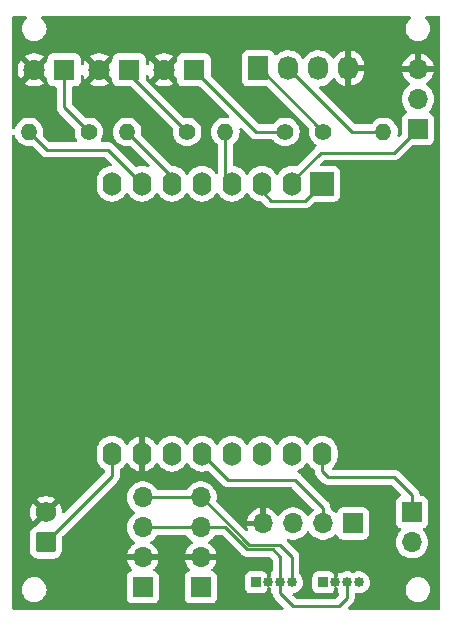
<source format=gtl>
G04 #@! TF.GenerationSoftware,KiCad,Pcbnew,7.0.7*
G04 #@! TF.CreationDate,2024-09-10T18:09:55+02:00*
G04 #@! TF.ProjectId,meteo-home,6d657465-6f2d-4686-9f6d-652e6b696361,rev?*
G04 #@! TF.SameCoordinates,Original*
G04 #@! TF.FileFunction,Copper,L1,Top*
G04 #@! TF.FilePolarity,Positive*
%FSLAX46Y46*%
G04 Gerber Fmt 4.6, Leading zero omitted, Abs format (unit mm)*
G04 Created by KiCad (PCBNEW 7.0.7) date 2024-09-10 18:09:55*
%MOMM*%
%LPD*%
G01*
G04 APERTURE LIST*
G04 Aperture macros list*
%AMRoundRect*
0 Rectangle with rounded corners*
0 $1 Rounding radius*
0 $2 $3 $4 $5 $6 $7 $8 $9 X,Y pos of 4 corners*
0 Add a 4 corners polygon primitive as box body*
4,1,4,$2,$3,$4,$5,$6,$7,$8,$9,$2,$3,0*
0 Add four circle primitives for the rounded corners*
1,1,$1+$1,$2,$3*
1,1,$1+$1,$4,$5*
1,1,$1+$1,$6,$7*
1,1,$1+$1,$8,$9*
0 Add four rect primitives between the rounded corners*
20,1,$1+$1,$2,$3,$4,$5,0*
20,1,$1+$1,$4,$5,$6,$7,0*
20,1,$1+$1,$6,$7,$8,$9,0*
20,1,$1+$1,$8,$9,$2,$3,0*%
G04 Aperture macros list end*
G04 #@! TA.AperFunction,ComponentPad*
%ADD10R,2.000000X2.000000*%
G04 #@! TD*
G04 #@! TA.AperFunction,ComponentPad*
%ADD11O,1.600000X2.000000*%
G04 #@! TD*
G04 #@! TA.AperFunction,ComponentPad*
%ADD12R,1.727200X2.032000*%
G04 #@! TD*
G04 #@! TA.AperFunction,ComponentPad*
%ADD13O,1.727200X2.032000*%
G04 #@! TD*
G04 #@! TA.AperFunction,ComponentPad*
%ADD14R,1.800000X1.800000*%
G04 #@! TD*
G04 #@! TA.AperFunction,ComponentPad*
%ADD15C,1.800000*%
G04 #@! TD*
G04 #@! TA.AperFunction,ComponentPad*
%ADD16C,1.400000*%
G04 #@! TD*
G04 #@! TA.AperFunction,ComponentPad*
%ADD17O,1.400000X1.400000*%
G04 #@! TD*
G04 #@! TA.AperFunction,ComponentPad*
%ADD18R,0.850000X0.850000*%
G04 #@! TD*
G04 #@! TA.AperFunction,ComponentPad*
%ADD19O,0.850000X0.850000*%
G04 #@! TD*
G04 #@! TA.AperFunction,ComponentPad*
%ADD20R,1.700000X1.700000*%
G04 #@! TD*
G04 #@! TA.AperFunction,ComponentPad*
%ADD21O,1.700000X1.700000*%
G04 #@! TD*
G04 #@! TA.AperFunction,ComponentPad*
%ADD22RoundRect,0.250000X0.620000X-0.620000X0.620000X0.620000X-0.620000X0.620000X-0.620000X-0.620000X0*%
G04 #@! TD*
G04 #@! TA.AperFunction,ComponentPad*
%ADD23C,1.740000*%
G04 #@! TD*
G04 #@! TA.AperFunction,Conductor*
%ADD24C,0.250000*%
G04 #@! TD*
G04 APERTURE END LIST*
D10*
X131380000Y-64640000D03*
D11*
X128840000Y-64640000D03*
X126300000Y-64640000D03*
X123760000Y-64640000D03*
X121220000Y-64640000D03*
X118680000Y-64640000D03*
X116140000Y-64640000D03*
X113600000Y-64640000D03*
X113600000Y-87500000D03*
X116140000Y-87500000D03*
X118680000Y-87500000D03*
X121220000Y-87500000D03*
X123760000Y-87500000D03*
X126300000Y-87500000D03*
X128840000Y-87500000D03*
X131380000Y-87500000D03*
D12*
X125984000Y-54864000D03*
D13*
X128524000Y-54864000D03*
X131064000Y-54864000D03*
X133604000Y-54864000D03*
D14*
X115040000Y-55000000D03*
D15*
X112500000Y-55000000D03*
D14*
X120540000Y-55000000D03*
D15*
X118000000Y-55000000D03*
D16*
X111640000Y-60250000D03*
D17*
X106560000Y-60250000D03*
D16*
X128266666Y-60250000D03*
D17*
X123186666Y-60250000D03*
D16*
X131500000Y-60250000D03*
D17*
X136580000Y-60250000D03*
D16*
X119953333Y-60250000D03*
D17*
X114873333Y-60250000D03*
D14*
X109540000Y-55000000D03*
D15*
X107000000Y-55000000D03*
D18*
X125820000Y-98382500D03*
D19*
X126820000Y-98382500D03*
X127820000Y-98382500D03*
X128820000Y-98382500D03*
D20*
X139500000Y-60000000D03*
D21*
X139500000Y-57460000D03*
X139500000Y-54920000D03*
D20*
X116200000Y-98820000D03*
D21*
X116200000Y-96280000D03*
X116200000Y-93740000D03*
X116200000Y-91200000D03*
D20*
X134000000Y-93407500D03*
D21*
X131460000Y-93407500D03*
X128920000Y-93407500D03*
X126380000Y-93407500D03*
D20*
X121100000Y-98820000D03*
D21*
X121100000Y-96280000D03*
X121100000Y-93740000D03*
X121100000Y-91200000D03*
D22*
X108000000Y-95000000D03*
D23*
X108000000Y-92460000D03*
D20*
X139000000Y-92460000D03*
D21*
X139000000Y-95000000D03*
D18*
X131500000Y-98382500D03*
D19*
X132500000Y-98382500D03*
X133500000Y-98382500D03*
X134500000Y-98382500D03*
D24*
X131280000Y-62000000D02*
X128840000Y-64440000D01*
X137500000Y-62000000D02*
X131280000Y-62000000D01*
X139500000Y-60000000D02*
X137500000Y-62000000D01*
X128840000Y-64440000D02*
X128840000Y-64640000D01*
X109540000Y-58150000D02*
X111640000Y-60250000D01*
X109540000Y-55000000D02*
X109540000Y-58150000D01*
X115040000Y-55000000D02*
X115040000Y-55336667D01*
X115040000Y-55336667D02*
X119953333Y-60250000D01*
X128266666Y-60250000D02*
X125790000Y-60250000D01*
X125790000Y-60250000D02*
X120540000Y-55000000D01*
X125203187Y-95200000D02*
X127800000Y-95200000D01*
X128820000Y-96220000D02*
X128820000Y-98382500D01*
X121203187Y-91200000D02*
X125203187Y-95200000D01*
X121100000Y-91200000D02*
X121637500Y-91200000D01*
X116200000Y-91200000D02*
X121100000Y-91200000D01*
X127800000Y-95200000D02*
X128820000Y-96220000D01*
X121100000Y-91200000D02*
X121203187Y-91200000D01*
X121100000Y-93740000D02*
X123177501Y-93740000D01*
X116200000Y-93740000D02*
X121100000Y-93740000D01*
X127820000Y-99320000D02*
X128900000Y-100400000D01*
X133500000Y-99700000D02*
X133500000Y-98382500D01*
X127200000Y-95600000D02*
X127820000Y-96220000D01*
X128900000Y-100400000D02*
X132800000Y-100400000D01*
X127820000Y-98382500D02*
X127820000Y-99320000D01*
X127820000Y-96220000D02*
X127820000Y-98382500D01*
X123177501Y-93740000D02*
X125037502Y-95600000D01*
X125037502Y-95600000D02*
X127200000Y-95600000D01*
X132800000Y-100400000D02*
X133500000Y-99700000D01*
X108000000Y-95000000D02*
X113600000Y-89400000D01*
X125984000Y-54864000D02*
X126114000Y-54864000D01*
X126114000Y-54864000D02*
X131500000Y-60250000D01*
X125984000Y-54864000D02*
X125984000Y-54991000D01*
X113600000Y-89400000D02*
X113600000Y-89300000D01*
X113600000Y-89300000D02*
X113600000Y-87500000D01*
X131460000Y-92060000D02*
X129100000Y-89700000D01*
X131460000Y-93407500D02*
X131460000Y-92060000D01*
X123420000Y-89700000D02*
X121220000Y-87500000D01*
X129100000Y-89700000D02*
X123420000Y-89700000D01*
X131380000Y-64640000D02*
X129955000Y-66065000D01*
X126300000Y-65300000D02*
X126300000Y-64640000D01*
X127065000Y-66065000D02*
X126300000Y-65300000D01*
X129955000Y-66065000D02*
X127065000Y-66065000D01*
X123186666Y-64066666D02*
X123760000Y-64640000D01*
X123186666Y-60250000D02*
X123186666Y-64066666D01*
X128524000Y-54864000D02*
X133910000Y-60250000D01*
X133910000Y-60250000D02*
X136580000Y-60250000D01*
X118680000Y-64640000D02*
X118680000Y-64056667D01*
X118680000Y-64056667D02*
X114873333Y-60250000D01*
X116140000Y-64640000D02*
X113250000Y-61750000D01*
X108060000Y-61750000D02*
X106560000Y-60250000D01*
X113250000Y-61750000D02*
X108060000Y-61750000D01*
X139000000Y-91000000D02*
X139000000Y-92460000D01*
X131900000Y-89500000D02*
X137500000Y-89500000D01*
X131380000Y-87500000D02*
X131380000Y-88980000D01*
X131380000Y-88980000D02*
X131900000Y-89500000D01*
X137500000Y-89500000D02*
X139000000Y-91000000D01*
G04 #@! TA.AperFunction,Conductor*
G36*
X106343998Y-50469685D02*
G01*
X106389753Y-50522489D01*
X106399697Y-50591647D01*
X106370672Y-50655203D01*
X106355623Y-50669854D01*
X106253589Y-50753589D01*
X106122317Y-50913547D01*
X106024769Y-51096043D01*
X105964699Y-51294067D01*
X105944417Y-51499999D01*
X105964699Y-51705932D01*
X105964700Y-51705934D01*
X106024768Y-51903954D01*
X106122315Y-52086450D01*
X106122317Y-52086452D01*
X106253589Y-52246410D01*
X106306071Y-52289480D01*
X106413550Y-52377685D01*
X106596046Y-52475232D01*
X106794066Y-52535300D01*
X106794065Y-52535300D01*
X106814347Y-52537297D01*
X107000000Y-52555583D01*
X107205934Y-52535300D01*
X107403954Y-52475232D01*
X107586450Y-52377685D01*
X107746410Y-52246410D01*
X107877685Y-52086450D01*
X107975232Y-51903954D01*
X108035300Y-51705934D01*
X108055583Y-51500000D01*
X108035300Y-51294066D01*
X107975232Y-51096046D01*
X107877685Y-50913550D01*
X107825702Y-50850209D01*
X107746410Y-50753589D01*
X107644377Y-50669854D01*
X107605042Y-50612108D01*
X107603171Y-50542263D01*
X107639358Y-50482495D01*
X107702114Y-50451779D01*
X107723041Y-50450000D01*
X138776959Y-50450000D01*
X138843998Y-50469685D01*
X138889753Y-50522489D01*
X138899697Y-50591647D01*
X138870672Y-50655203D01*
X138855623Y-50669854D01*
X138753589Y-50753589D01*
X138622317Y-50913547D01*
X138524769Y-51096043D01*
X138464699Y-51294067D01*
X138444417Y-51499999D01*
X138464699Y-51705932D01*
X138464700Y-51705934D01*
X138524768Y-51903954D01*
X138622315Y-52086450D01*
X138622317Y-52086452D01*
X138753589Y-52246410D01*
X138806071Y-52289480D01*
X138913550Y-52377685D01*
X139096046Y-52475232D01*
X139294066Y-52535300D01*
X139294065Y-52535300D01*
X139312529Y-52537118D01*
X139500000Y-52555583D01*
X139705934Y-52535300D01*
X139903954Y-52475232D01*
X140086450Y-52377685D01*
X140246410Y-52246410D01*
X140377685Y-52086450D01*
X140475232Y-51903954D01*
X140535300Y-51705934D01*
X140555583Y-51500000D01*
X140535300Y-51294066D01*
X140475232Y-51096046D01*
X140377685Y-50913550D01*
X140325702Y-50850209D01*
X140246410Y-50753589D01*
X140144377Y-50669854D01*
X140105042Y-50612108D01*
X140103171Y-50542263D01*
X140139358Y-50482495D01*
X140202114Y-50451779D01*
X140223041Y-50450000D01*
X141276000Y-50450000D01*
X141343039Y-50469685D01*
X141388794Y-50522489D01*
X141400000Y-50574000D01*
X141400000Y-100576000D01*
X141380315Y-100643039D01*
X141327511Y-100688794D01*
X141276000Y-100700000D01*
X133695265Y-100700000D01*
X133628226Y-100680315D01*
X133582471Y-100627511D01*
X133572527Y-100558353D01*
X133601552Y-100494797D01*
X133607584Y-100488319D01*
X133607584Y-100488318D01*
X133888815Y-100207087D01*
X133901180Y-100197183D01*
X133901006Y-100196973D01*
X133907012Y-100192003D01*
X133907018Y-100192000D01*
X133954999Y-100140904D01*
X133976134Y-100119770D01*
X133980463Y-100114187D01*
X133984242Y-100109763D01*
X134016586Y-100075321D01*
X134026423Y-100057424D01*
X134037097Y-100041174D01*
X134049613Y-100025041D01*
X134068372Y-99981689D01*
X134070933Y-99976462D01*
X134093695Y-99935060D01*
X134098774Y-99915274D01*
X134105072Y-99896882D01*
X134113181Y-99878145D01*
X134120568Y-99831501D01*
X134121750Y-99825790D01*
X134133500Y-99780030D01*
X134133499Y-99759612D01*
X134135027Y-99740209D01*
X134138218Y-99720062D01*
X134138219Y-99720058D01*
X134137397Y-99711366D01*
X134133775Y-99673041D01*
X134133500Y-99667204D01*
X134133500Y-99412080D01*
X134153185Y-99345041D01*
X134205989Y-99299286D01*
X134275147Y-99289342D01*
X134283276Y-99290789D01*
X134401885Y-99316000D01*
X134401886Y-99316000D01*
X134598113Y-99316000D01*
X134598115Y-99316000D01*
X134790056Y-99275202D01*
X134790058Y-99275200D01*
X134790061Y-99275200D01*
X134945634Y-99205934D01*
X134969321Y-99195388D01*
X135128074Y-99080047D01*
X135200149Y-99000000D01*
X138444417Y-99000000D01*
X138464699Y-99205932D01*
X138480612Y-99258389D01*
X138524768Y-99403954D01*
X138622315Y-99586450D01*
X138640522Y-99608635D01*
X138753589Y-99746410D01*
X138805579Y-99789076D01*
X138913550Y-99877685D01*
X139096046Y-99975232D01*
X139294066Y-100035300D01*
X139294065Y-100035300D01*
X139312529Y-100037118D01*
X139500000Y-100055583D01*
X139705934Y-100035300D01*
X139903954Y-99975232D01*
X140086450Y-99877685D01*
X140246410Y-99746410D01*
X140377685Y-99586450D01*
X140475232Y-99403954D01*
X140535300Y-99205934D01*
X140555583Y-99000000D01*
X140535300Y-98794066D01*
X140475232Y-98596046D01*
X140377685Y-98413550D01*
X140325702Y-98350209D01*
X140246410Y-98253589D01*
X140116535Y-98147005D01*
X140086450Y-98122315D01*
X139903954Y-98024768D01*
X139705934Y-97964700D01*
X139705932Y-97964699D01*
X139705934Y-97964699D01*
X139518463Y-97946235D01*
X139500000Y-97944417D01*
X139499999Y-97944417D01*
X139294067Y-97964699D01*
X139096043Y-98024769D01*
X139047905Y-98050500D01*
X138913550Y-98122315D01*
X138913548Y-98122316D01*
X138913547Y-98122317D01*
X138753589Y-98253589D01*
X138622317Y-98413547D01*
X138524769Y-98596043D01*
X138464699Y-98794067D01*
X138444417Y-99000000D01*
X135200149Y-99000000D01*
X135259377Y-98934220D01*
X135357492Y-98764280D01*
X135418130Y-98577655D01*
X135438642Y-98382500D01*
X135418130Y-98187345D01*
X135379594Y-98068744D01*
X135357494Y-98000725D01*
X135357491Y-98000719D01*
X135259377Y-97830780D01*
X135128074Y-97684953D01*
X134993039Y-97586844D01*
X134969320Y-97569611D01*
X134790061Y-97489799D01*
X134790055Y-97489797D01*
X134628742Y-97455510D01*
X134598115Y-97449000D01*
X134401885Y-97449000D01*
X134371258Y-97455510D01*
X134209944Y-97489797D01*
X134209942Y-97489798D01*
X134050435Y-97560815D01*
X133981185Y-97570099D01*
X133949565Y-97560815D01*
X133790057Y-97489798D01*
X133790055Y-97489797D01*
X133628742Y-97455510D01*
X133598115Y-97449000D01*
X133401885Y-97449000D01*
X133371258Y-97455510D01*
X133209944Y-97489797D01*
X133209942Y-97489798D01*
X133039985Y-97565468D01*
X132970735Y-97574752D01*
X132939115Y-97565468D01*
X132787414Y-97497926D01*
X132749999Y-97489973D01*
X132749999Y-97781313D01*
X132733386Y-97843313D01*
X132664613Y-97962432D01*
X132614046Y-98010647D01*
X132545439Y-98023871D01*
X132480575Y-97997903D01*
X132440046Y-97940989D01*
X132434396Y-97912106D01*
X132433856Y-97912165D01*
X132430184Y-97878025D01*
X132426989Y-97848299D01*
X132425129Y-97843313D01*
X132402004Y-97781313D01*
X132375889Y-97711296D01*
X132288261Y-97594239D01*
X132288259Y-97594237D01*
X132288258Y-97594236D01*
X132286318Y-97592296D01*
X132285003Y-97589887D01*
X132282946Y-97587140D01*
X132283341Y-97586844D01*
X132252833Y-97530973D01*
X132249999Y-97504612D01*
X132249999Y-97489973D01*
X132206696Y-97499178D01*
X132137580Y-97494069D01*
X132034207Y-97455512D01*
X132034202Y-97455511D01*
X131973654Y-97449000D01*
X131973638Y-97449000D01*
X131026362Y-97449000D01*
X131026345Y-97449000D01*
X130965797Y-97455511D01*
X130965795Y-97455511D01*
X130828795Y-97506611D01*
X130711739Y-97594239D01*
X130624111Y-97711295D01*
X130573011Y-97848295D01*
X130573011Y-97848297D01*
X130566500Y-97908845D01*
X130566500Y-98856154D01*
X130573011Y-98916702D01*
X130573011Y-98916704D01*
X130604080Y-99000000D01*
X130624111Y-99053704D01*
X130711739Y-99170761D01*
X130828796Y-99258389D01*
X130965799Y-99309489D01*
X130993050Y-99312418D01*
X131026345Y-99315999D01*
X131026362Y-99316000D01*
X131973638Y-99316000D01*
X131973654Y-99315999D01*
X132034201Y-99309489D01*
X132034204Y-99309488D01*
X132137581Y-99270929D01*
X132206692Y-99265820D01*
X132249999Y-99275024D01*
X132249999Y-99260387D01*
X132269682Y-99193347D01*
X132286328Y-99172692D01*
X132288249Y-99170769D01*
X132288261Y-99170761D01*
X132375889Y-99053704D01*
X132426989Y-98916701D01*
X132430404Y-98884928D01*
X132433856Y-98852835D01*
X132435165Y-98852975D01*
X132456616Y-98792086D01*
X132511774Y-98749198D01*
X132581362Y-98742939D01*
X132643288Y-98775296D01*
X132664613Y-98802567D01*
X132733387Y-98921687D01*
X132750000Y-98983687D01*
X132750000Y-99275024D01*
X132795963Y-99312245D01*
X132794199Y-99314422D01*
X132820312Y-99334153D01*
X132844435Y-99399726D01*
X132829278Y-99467932D01*
X132808394Y-99495699D01*
X132573912Y-99730182D01*
X132512592Y-99763666D01*
X132486233Y-99766500D01*
X129213766Y-99766500D01*
X129146727Y-99746815D01*
X129126085Y-99730181D01*
X128969496Y-99573592D01*
X128909539Y-99513634D01*
X128876055Y-99452313D01*
X128881039Y-99382621D01*
X128922911Y-99326688D01*
X128971439Y-99304665D01*
X129110056Y-99275202D01*
X129110059Y-99275200D01*
X129110061Y-99275200D01*
X129265634Y-99205934D01*
X129289321Y-99195388D01*
X129448074Y-99080047D01*
X129579377Y-98934220D01*
X129677492Y-98764280D01*
X129738130Y-98577655D01*
X129758642Y-98382500D01*
X129738130Y-98187345D01*
X129699594Y-98068744D01*
X129677494Y-98000725D01*
X129677491Y-98000719D01*
X129579377Y-97830780D01*
X129485350Y-97726352D01*
X129455120Y-97663360D01*
X129453500Y-97643380D01*
X129453500Y-96303631D01*
X129455239Y-96287879D01*
X129454968Y-96287854D01*
X129455700Y-96280098D01*
X129455702Y-96280091D01*
X129453500Y-96210028D01*
X129453500Y-96180144D01*
X129452614Y-96173141D01*
X129452157Y-96167322D01*
X129450674Y-96120111D01*
X129444976Y-96100499D01*
X129441033Y-96081466D01*
X129438474Y-96061203D01*
X129421085Y-96017286D01*
X129419196Y-96011766D01*
X129406018Y-95966407D01*
X129395626Y-95948835D01*
X129387066Y-95931362D01*
X129379552Y-95912383D01*
X129351794Y-95874179D01*
X129348587Y-95869296D01*
X129329650Y-95837276D01*
X129324542Y-95828638D01*
X129310108Y-95814204D01*
X129297471Y-95799409D01*
X129285472Y-95782893D01*
X129285470Y-95782890D01*
X129249073Y-95752781D01*
X129244751Y-95748847D01*
X128415376Y-94919472D01*
X128381891Y-94858149D01*
X128386875Y-94788457D01*
X128428747Y-94732524D01*
X128494211Y-94708107D01*
X128543319Y-94714509D01*
X128562451Y-94721077D01*
X128585364Y-94728944D01*
X128807431Y-94766000D01*
X129032569Y-94766000D01*
X129254635Y-94728944D01*
X129467574Y-94655842D01*
X129665576Y-94548689D01*
X129843240Y-94410406D01*
X129995722Y-94244768D01*
X130086193Y-94106290D01*
X130139338Y-94060937D01*
X130208569Y-94051513D01*
X130271905Y-94081015D01*
X130293804Y-94106287D01*
X130384278Y-94244768D01*
X130384283Y-94244773D01*
X130384284Y-94244776D01*
X130536756Y-94410402D01*
X130536760Y-94410406D01*
X130714424Y-94548689D01*
X130714425Y-94548689D01*
X130714427Y-94548691D01*
X130767248Y-94577276D01*
X130912426Y-94655842D01*
X131125365Y-94728944D01*
X131347431Y-94766000D01*
X131572569Y-94766000D01*
X131794635Y-94728944D01*
X132007574Y-94655842D01*
X132205576Y-94548689D01*
X132383240Y-94410406D01*
X132446452Y-94341739D01*
X132506337Y-94305750D01*
X132576175Y-94307849D01*
X132633791Y-94347373D01*
X132653861Y-94382388D01*
X132671500Y-94429678D01*
X132699111Y-94503704D01*
X132786739Y-94620761D01*
X132903796Y-94708389D01*
X133040799Y-94759489D01*
X133068050Y-94762418D01*
X133101345Y-94765999D01*
X133101362Y-94766000D01*
X134898638Y-94766000D01*
X134898654Y-94765999D01*
X134925692Y-94763091D01*
X134959201Y-94759489D01*
X135096204Y-94708389D01*
X135213261Y-94620761D01*
X135300889Y-94503704D01*
X135351989Y-94366701D01*
X135355994Y-94329447D01*
X135358499Y-94306154D01*
X135358500Y-94306137D01*
X135358500Y-92508862D01*
X135358499Y-92508845D01*
X135353246Y-92459994D01*
X135351989Y-92448299D01*
X135349705Y-92442176D01*
X135322559Y-92369394D01*
X135300889Y-92311296D01*
X135213261Y-92194239D01*
X135096204Y-92106611D01*
X135096203Y-92106610D01*
X134959203Y-92055511D01*
X134898654Y-92049000D01*
X134898638Y-92049000D01*
X133101362Y-92049000D01*
X133101345Y-92049000D01*
X133040797Y-92055511D01*
X133040795Y-92055511D01*
X132903795Y-92106611D01*
X132786739Y-92194239D01*
X132699111Y-92311295D01*
X132653861Y-92432611D01*
X132611989Y-92488544D01*
X132546524Y-92512960D01*
X132478252Y-92498107D01*
X132446454Y-92473262D01*
X132383240Y-92404594D01*
X132205576Y-92266311D01*
X132205575Y-92266310D01*
X132205572Y-92266308D01*
X132160053Y-92241675D01*
X132110462Y-92192456D01*
X132096161Y-92127886D01*
X132095947Y-92127893D01*
X132095911Y-92126755D01*
X132095354Y-92124239D01*
X132095622Y-92120938D01*
X132095701Y-92120094D01*
X132095702Y-92120091D01*
X132093500Y-92050042D01*
X132093500Y-92020144D01*
X132092614Y-92013136D01*
X132092156Y-92007314D01*
X132090673Y-91960111D01*
X132090672Y-91960109D01*
X132084979Y-91940515D01*
X132081032Y-91921459D01*
X132078474Y-91901203D01*
X132061084Y-91857283D01*
X132059195Y-91851763D01*
X132049047Y-91816834D01*
X132046018Y-91806407D01*
X132035622Y-91788829D01*
X132027066Y-91771362D01*
X132019552Y-91752383D01*
X131991794Y-91714179D01*
X131988587Y-91709296D01*
X131973650Y-91684039D01*
X131964542Y-91668638D01*
X131950108Y-91654204D01*
X131937471Y-91639409D01*
X131925472Y-91622893D01*
X131925470Y-91622890D01*
X131889073Y-91592781D01*
X131884751Y-91588847D01*
X129607088Y-89311183D01*
X129597187Y-89298823D01*
X129596977Y-89298998D01*
X129592002Y-89292986D01*
X129592000Y-89292982D01*
X129556412Y-89259563D01*
X129540922Y-89245016D01*
X129519768Y-89223863D01*
X129517792Y-89222331D01*
X129514183Y-89219531D01*
X129509750Y-89215744D01*
X129475321Y-89183414D01*
X129475319Y-89183412D01*
X129457431Y-89173578D01*
X129441170Y-89162897D01*
X129425039Y-89150384D01*
X129381693Y-89131627D01*
X129376443Y-89129055D01*
X129358914Y-89119418D01*
X129309651Y-89069871D01*
X129294995Y-89001556D01*
X129319600Y-88936162D01*
X129366243Y-88898378D01*
X129496749Y-88837523D01*
X129684300Y-88706198D01*
X129846198Y-88544300D01*
X129977523Y-88356749D01*
X129997618Y-88313654D01*
X130043787Y-88261216D01*
X130110980Y-88242063D01*
X130177862Y-88262277D01*
X130222380Y-88313653D01*
X130242474Y-88356743D01*
X130242477Y-88356749D01*
X130373802Y-88544300D01*
X130535700Y-88706198D01*
X130691260Y-88815123D01*
X130734884Y-88869698D01*
X130744074Y-88912799D01*
X130746500Y-88989957D01*
X130746500Y-89019859D01*
X130747384Y-89026856D01*
X130747842Y-89032679D01*
X130749326Y-89079889D01*
X130749327Y-89079891D01*
X130755022Y-89099495D01*
X130758967Y-89118542D01*
X130761526Y-89138797D01*
X130761527Y-89138800D01*
X130761528Y-89138803D01*
X130778914Y-89182716D01*
X130780806Y-89188244D01*
X130793981Y-89233592D01*
X130804372Y-89251162D01*
X130812932Y-89268635D01*
X130820447Y-89287617D01*
X130848209Y-89325827D01*
X130851418Y-89330712D01*
X130872993Y-89367195D01*
X130875458Y-89371362D01*
X130875462Y-89371366D01*
X130889889Y-89385793D01*
X130902527Y-89400589D01*
X130914528Y-89417107D01*
X130914531Y-89417110D01*
X130950920Y-89447213D01*
X130955231Y-89451135D01*
X131313840Y-89809745D01*
X131392913Y-89888818D01*
X131402822Y-89901185D01*
X131403032Y-89901012D01*
X131408005Y-89907024D01*
X131459079Y-89954984D01*
X131480224Y-89976130D01*
X131485813Y-89980466D01*
X131490245Y-89984252D01*
X131522159Y-90014220D01*
X131524680Y-90016587D01*
X131542562Y-90026417D01*
X131558829Y-90037102D01*
X131574960Y-90049615D01*
X131596206Y-90058808D01*
X131618307Y-90068371D01*
X131623533Y-90070931D01*
X131664940Y-90093695D01*
X131684716Y-90098772D01*
X131703124Y-90105075D01*
X131721850Y-90113179D01*
X131721852Y-90113180D01*
X131721853Y-90113180D01*
X131721855Y-90113181D01*
X131762784Y-90119663D01*
X131768503Y-90120569D01*
X131774212Y-90121751D01*
X131819970Y-90133500D01*
X131840384Y-90133500D01*
X131859783Y-90135027D01*
X131879943Y-90138220D01*
X131926965Y-90133775D01*
X131932804Y-90133500D01*
X137186234Y-90133500D01*
X137253273Y-90153185D01*
X137273915Y-90169819D01*
X138029135Y-90925039D01*
X138062620Y-90986362D01*
X138057636Y-91056054D01*
X138015764Y-91111987D01*
X137984789Y-91128901D01*
X137903795Y-91159111D01*
X137786739Y-91246739D01*
X137699111Y-91363795D01*
X137648011Y-91500795D01*
X137648011Y-91500797D01*
X137641500Y-91561345D01*
X137641500Y-93358654D01*
X137648011Y-93419202D01*
X137648011Y-93419204D01*
X137683978Y-93515632D01*
X137699111Y-93556204D01*
X137786739Y-93673261D01*
X137903796Y-93760889D01*
X137955737Y-93780262D01*
X138021595Y-93804827D01*
X138077528Y-93846699D01*
X138101944Y-93912163D01*
X138087092Y-93980436D01*
X138069490Y-94004991D01*
X137924279Y-94162730D01*
X137924276Y-94162734D01*
X137801140Y-94351207D01*
X137710703Y-94557385D01*
X137655436Y-94775628D01*
X137655434Y-94775640D01*
X137636844Y-94999994D01*
X137636844Y-95000005D01*
X137655434Y-95224359D01*
X137655436Y-95224371D01*
X137710703Y-95442614D01*
X137801140Y-95648792D01*
X137924276Y-95837265D01*
X137924284Y-95837276D01*
X138063790Y-95988817D01*
X138076760Y-96002906D01*
X138254424Y-96141189D01*
X138254425Y-96141189D01*
X138254427Y-96141191D01*
X138326412Y-96180147D01*
X138452426Y-96248342D01*
X138665365Y-96321444D01*
X138887431Y-96358500D01*
X139112569Y-96358500D01*
X139334635Y-96321444D01*
X139547574Y-96248342D01*
X139745576Y-96141189D01*
X139923240Y-96002906D01*
X140041741Y-95874181D01*
X140075715Y-95837276D01*
X140075716Y-95837274D01*
X140075722Y-95837268D01*
X140198860Y-95648791D01*
X140289296Y-95442616D01*
X140344564Y-95224368D01*
X140354994Y-95098500D01*
X140363156Y-95000005D01*
X140363156Y-94999994D01*
X140344565Y-94775640D01*
X140344563Y-94775628D01*
X140305345Y-94620760D01*
X140289296Y-94557384D01*
X140198860Y-94351209D01*
X140192674Y-94341741D01*
X140088713Y-94182616D01*
X140075722Y-94162732D01*
X140075719Y-94162729D01*
X140075715Y-94162723D01*
X139930510Y-94004991D01*
X139899587Y-93942337D01*
X139907447Y-93872911D01*
X139951594Y-93818755D01*
X139978405Y-93804827D01*
X140058584Y-93774920D01*
X140096204Y-93760889D01*
X140213261Y-93673261D01*
X140300889Y-93556204D01*
X140351989Y-93419201D01*
X140355591Y-93385692D01*
X140358499Y-93358654D01*
X140358500Y-93358637D01*
X140358500Y-91561362D01*
X140358499Y-91561345D01*
X140352924Y-91509499D01*
X140351989Y-91500799D01*
X140300889Y-91363796D01*
X140213261Y-91246739D01*
X140096204Y-91159111D01*
X140096203Y-91159110D01*
X139959203Y-91108011D01*
X139898654Y-91101500D01*
X139898638Y-91101500D01*
X139757500Y-91101500D01*
X139690461Y-91081815D01*
X139644706Y-91029011D01*
X139633500Y-90977500D01*
X139633500Y-90960150D01*
X139633500Y-90960144D01*
X139632615Y-90953140D01*
X139632156Y-90947311D01*
X139630673Y-90900109D01*
X139624979Y-90880514D01*
X139621032Y-90861457D01*
X139618474Y-90841203D01*
X139601084Y-90797284D01*
X139599193Y-90791757D01*
X139586018Y-90746408D01*
X139586018Y-90746407D01*
X139575624Y-90728832D01*
X139567064Y-90711356D01*
X139559554Y-90692388D01*
X139559554Y-90692387D01*
X139559553Y-90692385D01*
X139559552Y-90692383D01*
X139531789Y-90654171D01*
X139528587Y-90649297D01*
X139504542Y-90608637D01*
X139490106Y-90594201D01*
X139477469Y-90579406D01*
X139465472Y-90562893D01*
X139429084Y-90532790D01*
X139424762Y-90528857D01*
X138007088Y-89111183D01*
X137997187Y-89098823D01*
X137996977Y-89098998D01*
X137992002Y-89092986D01*
X137992000Y-89092982D01*
X137956552Y-89059694D01*
X137940922Y-89045016D01*
X137919768Y-89023863D01*
X137917792Y-89022331D01*
X137914183Y-89019531D01*
X137909750Y-89015744D01*
X137875321Y-88983414D01*
X137875319Y-88983412D01*
X137857431Y-88973578D01*
X137841170Y-88962897D01*
X137825039Y-88950384D01*
X137781693Y-88931627D01*
X137776445Y-88929056D01*
X137746872Y-88912799D01*
X137735060Y-88906305D01*
X137731660Y-88905432D01*
X137715287Y-88901228D01*
X137696881Y-88894926D01*
X137678144Y-88886818D01*
X137678146Y-88886818D01*
X137631496Y-88879430D01*
X137625781Y-88878246D01*
X137605612Y-88873068D01*
X137580032Y-88866500D01*
X137580030Y-88866500D01*
X137559616Y-88866500D01*
X137540217Y-88864973D01*
X137520058Y-88861780D01*
X137520057Y-88861780D01*
X137473034Y-88866225D01*
X137467196Y-88866500D01*
X132363361Y-88866500D01*
X132296322Y-88846815D01*
X132250567Y-88794011D01*
X132240623Y-88724853D01*
X132269648Y-88661297D01*
X132275679Y-88654819D01*
X132275678Y-88654819D01*
X132386198Y-88544300D01*
X132517523Y-88356749D01*
X132614284Y-88149243D01*
X132673543Y-87928087D01*
X132688500Y-87757127D01*
X132688500Y-87242873D01*
X132673543Y-87071913D01*
X132614284Y-86850757D01*
X132517523Y-86643251D01*
X132386198Y-86455700D01*
X132224300Y-86293802D01*
X132036749Y-86162477D01*
X132036745Y-86162475D01*
X131829249Y-86065718D01*
X131829238Y-86065714D01*
X131608089Y-86006457D01*
X131608081Y-86006456D01*
X131380002Y-85986502D01*
X131379998Y-85986502D01*
X131151918Y-86006456D01*
X131151910Y-86006457D01*
X130930761Y-86065714D01*
X130930750Y-86065718D01*
X130723254Y-86162475D01*
X130723252Y-86162476D01*
X130723249Y-86162477D01*
X130723251Y-86162477D01*
X130535700Y-86293802D01*
X130535698Y-86293803D01*
X130535695Y-86293806D01*
X130373806Y-86455695D01*
X130242476Y-86643252D01*
X130222380Y-86686347D01*
X130176207Y-86738785D01*
X130109013Y-86757936D01*
X130042132Y-86737719D01*
X129997618Y-86686345D01*
X129977523Y-86643251D01*
X129846198Y-86455700D01*
X129684300Y-86293802D01*
X129496749Y-86162477D01*
X129496745Y-86162475D01*
X129289249Y-86065718D01*
X129289238Y-86065714D01*
X129068089Y-86006457D01*
X129068081Y-86006456D01*
X128840002Y-85986502D01*
X128839998Y-85986502D01*
X128611918Y-86006456D01*
X128611910Y-86006457D01*
X128390761Y-86065714D01*
X128390750Y-86065718D01*
X128183254Y-86162475D01*
X128183252Y-86162476D01*
X128183249Y-86162477D01*
X128183251Y-86162477D01*
X127995700Y-86293802D01*
X127995698Y-86293803D01*
X127995695Y-86293806D01*
X127833806Y-86455695D01*
X127702476Y-86643252D01*
X127682380Y-86686347D01*
X127636207Y-86738785D01*
X127569013Y-86757936D01*
X127502132Y-86737719D01*
X127457618Y-86686345D01*
X127437523Y-86643251D01*
X127306198Y-86455700D01*
X127144300Y-86293802D01*
X126956749Y-86162477D01*
X126956745Y-86162475D01*
X126749249Y-86065718D01*
X126749238Y-86065714D01*
X126528089Y-86006457D01*
X126528081Y-86006456D01*
X126300002Y-85986502D01*
X126299998Y-85986502D01*
X126071918Y-86006456D01*
X126071910Y-86006457D01*
X125850761Y-86065714D01*
X125850750Y-86065718D01*
X125643254Y-86162475D01*
X125643252Y-86162476D01*
X125643249Y-86162477D01*
X125643251Y-86162477D01*
X125455700Y-86293802D01*
X125455698Y-86293803D01*
X125455695Y-86293806D01*
X125293806Y-86455695D01*
X125162476Y-86643251D01*
X125142382Y-86686345D01*
X125096209Y-86738784D01*
X125029016Y-86757936D01*
X124962135Y-86737720D01*
X124917618Y-86686345D01*
X124897523Y-86643251D01*
X124766198Y-86455700D01*
X124604300Y-86293802D01*
X124416749Y-86162477D01*
X124416745Y-86162475D01*
X124209249Y-86065718D01*
X124209238Y-86065714D01*
X123988089Y-86006457D01*
X123988081Y-86006456D01*
X123760002Y-85986502D01*
X123759998Y-85986502D01*
X123531918Y-86006456D01*
X123531910Y-86006457D01*
X123310761Y-86065714D01*
X123310750Y-86065718D01*
X123103254Y-86162475D01*
X123103252Y-86162476D01*
X123103249Y-86162477D01*
X123103251Y-86162477D01*
X122915700Y-86293802D01*
X122915698Y-86293803D01*
X122915695Y-86293806D01*
X122753806Y-86455695D01*
X122622476Y-86643251D01*
X122602382Y-86686345D01*
X122556209Y-86738784D01*
X122489016Y-86757936D01*
X122422135Y-86737720D01*
X122377618Y-86686345D01*
X122357523Y-86643251D01*
X122357522Y-86643250D01*
X122226198Y-86455700D01*
X122064300Y-86293802D01*
X121876749Y-86162477D01*
X121876745Y-86162475D01*
X121669249Y-86065718D01*
X121669238Y-86065714D01*
X121448089Y-86006457D01*
X121448081Y-86006456D01*
X121220002Y-85986502D01*
X121219998Y-85986502D01*
X120991918Y-86006456D01*
X120991910Y-86006457D01*
X120770761Y-86065714D01*
X120770750Y-86065718D01*
X120563254Y-86162475D01*
X120563252Y-86162476D01*
X120563249Y-86162477D01*
X120563251Y-86162477D01*
X120375700Y-86293802D01*
X120375698Y-86293803D01*
X120375695Y-86293806D01*
X120213806Y-86455695D01*
X120082476Y-86643251D01*
X120062382Y-86686345D01*
X120016209Y-86738784D01*
X119949016Y-86757936D01*
X119882135Y-86737720D01*
X119837618Y-86686345D01*
X119817523Y-86643251D01*
X119686198Y-86455700D01*
X119524300Y-86293802D01*
X119336749Y-86162477D01*
X119336745Y-86162475D01*
X119129249Y-86065718D01*
X119129238Y-86065714D01*
X118908089Y-86006457D01*
X118908081Y-86006456D01*
X118680002Y-85986502D01*
X118679998Y-85986502D01*
X118451918Y-86006456D01*
X118451910Y-86006457D01*
X118230761Y-86065714D01*
X118230750Y-86065718D01*
X118023254Y-86162475D01*
X118023252Y-86162476D01*
X118023249Y-86162477D01*
X118023251Y-86162477D01*
X117835700Y-86293802D01*
X117835698Y-86293803D01*
X117835695Y-86293806D01*
X117673806Y-86455695D01*
X117542476Y-86643252D01*
X117542474Y-86643256D01*
X117517691Y-86696402D01*
X117471518Y-86748841D01*
X117404324Y-86767992D01*
X117337444Y-86747775D01*
X117292927Y-86696399D01*
X117270133Y-86647517D01*
X117139657Y-86461179D01*
X116978820Y-86300342D01*
X116792482Y-86169865D01*
X116586328Y-86073734D01*
X116389999Y-86021127D01*
X116390000Y-86887698D01*
X116370315Y-86954737D01*
X116317511Y-87000492D01*
X116248355Y-87010436D01*
X116175766Y-87000000D01*
X116175763Y-87000000D01*
X116104237Y-87000000D01*
X116104233Y-87000000D01*
X116031645Y-87010436D01*
X115962487Y-87000492D01*
X115909684Y-86954736D01*
X115890000Y-86887698D01*
X115890000Y-86021127D01*
X115693671Y-86073734D01*
X115487517Y-86169865D01*
X115301179Y-86300342D01*
X115140342Y-86461179D01*
X115009865Y-86647517D01*
X114987071Y-86696401D01*
X114940898Y-86748840D01*
X114873705Y-86767992D01*
X114806824Y-86747776D01*
X114762307Y-86696401D01*
X114737523Y-86643251D01*
X114606198Y-86455700D01*
X114444300Y-86293802D01*
X114256749Y-86162477D01*
X114256745Y-86162475D01*
X114049249Y-86065718D01*
X114049238Y-86065714D01*
X113828089Y-86006457D01*
X113828081Y-86006456D01*
X113600002Y-85986502D01*
X113599998Y-85986502D01*
X113371918Y-86006456D01*
X113371910Y-86006457D01*
X113150761Y-86065714D01*
X113150750Y-86065718D01*
X112943254Y-86162475D01*
X112943252Y-86162476D01*
X112943249Y-86162477D01*
X112943251Y-86162477D01*
X112755700Y-86293802D01*
X112755698Y-86293803D01*
X112755695Y-86293806D01*
X112593806Y-86455695D01*
X112462476Y-86643252D01*
X112462475Y-86643254D01*
X112365718Y-86850750D01*
X112365714Y-86850761D01*
X112306457Y-87071910D01*
X112306456Y-87071918D01*
X112291500Y-87242873D01*
X112291500Y-87757127D01*
X112306456Y-87928081D01*
X112306457Y-87928089D01*
X112365714Y-88149238D01*
X112365718Y-88149249D01*
X112437692Y-88303597D01*
X112462477Y-88356749D01*
X112593802Y-88544300D01*
X112755700Y-88706198D01*
X112913625Y-88816779D01*
X112957249Y-88871354D01*
X112966500Y-88918352D01*
X112966500Y-89086232D01*
X112946815Y-89153271D01*
X112930181Y-89173913D01*
X109584475Y-92519618D01*
X109523152Y-92553103D01*
X109453460Y-92548119D01*
X109397527Y-92506247D01*
X109373217Y-92442176D01*
X109355945Y-92233729D01*
X109300210Y-92013638D01*
X109209009Y-91805720D01*
X109129511Y-91684039D01*
X108644808Y-92168743D01*
X108583485Y-92202228D01*
X108513793Y-92197244D01*
X108457860Y-92155372D01*
X108454000Y-92149221D01*
X108449435Y-92142753D01*
X108347178Y-92033263D01*
X108311660Y-92011664D01*
X108264609Y-91960012D01*
X108252952Y-91891121D01*
X108280391Y-91826865D01*
X108288409Y-91818036D01*
X108777420Y-91329025D01*
X108751884Y-91309149D01*
X108751881Y-91309147D01*
X108552215Y-91201094D01*
X108552201Y-91201088D01*
X108337471Y-91127370D01*
X108113520Y-91090000D01*
X107886480Y-91090000D01*
X107662528Y-91127370D01*
X107447798Y-91201088D01*
X107447789Y-91201091D01*
X107248112Y-91309151D01*
X107222577Y-91329025D01*
X107710387Y-91816834D01*
X107743872Y-91878157D01*
X107738888Y-91947848D01*
X107700962Y-92000702D01*
X107597954Y-92084507D01*
X107597948Y-92084513D01*
X107547535Y-92155931D01*
X107492792Y-92199348D01*
X107423267Y-92206277D01*
X107361032Y-92174518D01*
X107358550Y-92172103D01*
X106870486Y-91684039D01*
X106790991Y-91805717D01*
X106699789Y-92013638D01*
X106644054Y-92233729D01*
X106644052Y-92233741D01*
X106625305Y-92459994D01*
X106625305Y-92460005D01*
X106644052Y-92686258D01*
X106644054Y-92686270D01*
X106699789Y-92906361D01*
X106790990Y-93114279D01*
X106870487Y-93235959D01*
X107355191Y-92751255D01*
X107416514Y-92717770D01*
X107486205Y-92722754D01*
X107542139Y-92764625D01*
X107546003Y-92770784D01*
X107550564Y-92777246D01*
X107629941Y-92862237D01*
X107652823Y-92886737D01*
X107688338Y-92908334D01*
X107735389Y-92959985D01*
X107747046Y-93028875D01*
X107719608Y-93093132D01*
X107711589Y-93101962D01*
X107183032Y-93630520D01*
X107180425Y-93627913D01*
X107153853Y-93653987D01*
X107134464Y-93662303D01*
X107057264Y-93687884D01*
X107057259Y-93687886D01*
X106906346Y-93780971D01*
X106780971Y-93906346D01*
X106687886Y-94057259D01*
X106687884Y-94057264D01*
X106632113Y-94225572D01*
X106621500Y-94329447D01*
X106621500Y-95670537D01*
X106621501Y-95670553D01*
X106632113Y-95774427D01*
X106687884Y-95942735D01*
X106687886Y-95942740D01*
X106691872Y-95949202D01*
X106780970Y-96093652D01*
X106906348Y-96219030D01*
X107057262Y-96312115D01*
X107225574Y-96367887D01*
X107329455Y-96378500D01*
X108670544Y-96378499D01*
X108774426Y-96367887D01*
X108942738Y-96312115D01*
X109093652Y-96219030D01*
X109219030Y-96093652D01*
X109312115Y-95942738D01*
X109367887Y-95774426D01*
X109378500Y-95670545D01*
X109378499Y-94568765D01*
X109398184Y-94501727D01*
X109414813Y-94481090D01*
X113988817Y-89907086D01*
X114001178Y-89897185D01*
X114001004Y-89896975D01*
X114007013Y-89892002D01*
X114007018Y-89892000D01*
X114054983Y-89840921D01*
X114076135Y-89819770D01*
X114080461Y-89814192D01*
X114084250Y-89809755D01*
X114116586Y-89775321D01*
X114126419Y-89757432D01*
X114137102Y-89741169D01*
X114149614Y-89725041D01*
X114168371Y-89681691D01*
X114170941Y-89676447D01*
X114193693Y-89635064D01*
X114193693Y-89635063D01*
X114193695Y-89635060D01*
X114198774Y-89615273D01*
X114205070Y-89596885D01*
X114213181Y-89578145D01*
X114220569Y-89531497D01*
X114221751Y-89525786D01*
X114233500Y-89480030D01*
X114233500Y-89459614D01*
X114235027Y-89440214D01*
X114238220Y-89420057D01*
X114233775Y-89373033D01*
X114233500Y-89367195D01*
X114233500Y-88918352D01*
X114253185Y-88851313D01*
X114286373Y-88816779D01*
X114444300Y-88706198D01*
X114606198Y-88544300D01*
X114737523Y-88356749D01*
X114762307Y-88303598D01*
X114808479Y-88251159D01*
X114875672Y-88232007D01*
X114942553Y-88252222D01*
X114987071Y-88303599D01*
X115009864Y-88352479D01*
X115009865Y-88352481D01*
X115140342Y-88538820D01*
X115301179Y-88699657D01*
X115487517Y-88830134D01*
X115693673Y-88926265D01*
X115693682Y-88926269D01*
X115889999Y-88978872D01*
X115890000Y-88978871D01*
X115890000Y-88112301D01*
X115909685Y-88045262D01*
X115962489Y-87999507D01*
X116031647Y-87989563D01*
X116104237Y-88000000D01*
X116104238Y-88000000D01*
X116175762Y-88000000D01*
X116175763Y-88000000D01*
X116248353Y-87989563D01*
X116317512Y-87999507D01*
X116370315Y-88045262D01*
X116390000Y-88112301D01*
X116390000Y-88978872D01*
X116586317Y-88926269D01*
X116586326Y-88926265D01*
X116792482Y-88830134D01*
X116978820Y-88699657D01*
X117139657Y-88538820D01*
X117270133Y-88352483D01*
X117292927Y-88303600D01*
X117339098Y-88251160D01*
X117406292Y-88232007D01*
X117473173Y-88252221D01*
X117517691Y-88303596D01*
X117542477Y-88356749D01*
X117673802Y-88544300D01*
X117835700Y-88706198D01*
X118023251Y-88837523D01*
X118126608Y-88885719D01*
X118230750Y-88934281D01*
X118230752Y-88934281D01*
X118230757Y-88934284D01*
X118451913Y-88993543D01*
X118614832Y-89007796D01*
X118679998Y-89013498D01*
X118680000Y-89013498D01*
X118680002Y-89013498D01*
X118737021Y-89008509D01*
X118908087Y-88993543D01*
X119129243Y-88934284D01*
X119336749Y-88837523D01*
X119524300Y-88706198D01*
X119686198Y-88544300D01*
X119817523Y-88356749D01*
X119837617Y-88313655D01*
X119883790Y-88261215D01*
X119950983Y-88242063D01*
X120017864Y-88262278D01*
X120062382Y-88313655D01*
X120082477Y-88356749D01*
X120213802Y-88544300D01*
X120375700Y-88706198D01*
X120563251Y-88837523D01*
X120666608Y-88885719D01*
X120770750Y-88934281D01*
X120770752Y-88934281D01*
X120770757Y-88934284D01*
X120991913Y-88993543D01*
X121154832Y-89007796D01*
X121219998Y-89013498D01*
X121220000Y-89013498D01*
X121220002Y-89013498D01*
X121277021Y-89008509D01*
X121448087Y-88993543D01*
X121669243Y-88934284D01*
X121669254Y-88934278D01*
X121670388Y-88933975D01*
X121740238Y-88935638D01*
X121790164Y-88966069D01*
X122912912Y-90088817D01*
X122922819Y-90101182D01*
X122923029Y-90101009D01*
X122928000Y-90107018D01*
X122979079Y-90154983D01*
X122989653Y-90165558D01*
X123000228Y-90176134D01*
X123000231Y-90176136D01*
X123005818Y-90180471D01*
X123010255Y-90184261D01*
X123044680Y-90216587D01*
X123062562Y-90226417D01*
X123078829Y-90237102D01*
X123094960Y-90249615D01*
X123116838Y-90259081D01*
X123138307Y-90268371D01*
X123143533Y-90270931D01*
X123184940Y-90293695D01*
X123204716Y-90298772D01*
X123223124Y-90305075D01*
X123241850Y-90313179D01*
X123241852Y-90313180D01*
X123241853Y-90313180D01*
X123241855Y-90313181D01*
X123282784Y-90319663D01*
X123288503Y-90320569D01*
X123294212Y-90321751D01*
X123339970Y-90333500D01*
X123360384Y-90333500D01*
X123379783Y-90335027D01*
X123399943Y-90338220D01*
X123446965Y-90333775D01*
X123452804Y-90333500D01*
X128786234Y-90333500D01*
X128853273Y-90353185D01*
X128873915Y-90369819D01*
X130646615Y-92142520D01*
X130680100Y-92203843D01*
X130675116Y-92273535D01*
X130635097Y-92328054D01*
X130536761Y-92404592D01*
X130536756Y-92404597D01*
X130384284Y-92570223D01*
X130384276Y-92570234D01*
X130293808Y-92708706D01*
X130240662Y-92754062D01*
X130171431Y-92763486D01*
X130108095Y-92733984D01*
X130086192Y-92708706D01*
X130014394Y-92598812D01*
X129995722Y-92570232D01*
X129995719Y-92570229D01*
X129995715Y-92570223D01*
X129843243Y-92404597D01*
X129843238Y-92404592D01*
X129665577Y-92266312D01*
X129665572Y-92266308D01*
X129467580Y-92159161D01*
X129467577Y-92159159D01*
X129467574Y-92159158D01*
X129467571Y-92159157D01*
X129467569Y-92159156D01*
X129254637Y-92086056D01*
X129032569Y-92049000D01*
X128807431Y-92049000D01*
X128585362Y-92086056D01*
X128372430Y-92159156D01*
X128372419Y-92159161D01*
X128174427Y-92266308D01*
X128174422Y-92266312D01*
X127996761Y-92404592D01*
X127996756Y-92404597D01*
X127844284Y-92570223D01*
X127844276Y-92570234D01*
X127750251Y-92714150D01*
X127697105Y-92759507D01*
X127627873Y-92768930D01*
X127564538Y-92739428D01*
X127544868Y-92717451D01*
X127418113Y-92536426D01*
X127418108Y-92536420D01*
X127251082Y-92369394D01*
X127057578Y-92233899D01*
X126843492Y-92134070D01*
X126843486Y-92134067D01*
X126630000Y-92076864D01*
X126630000Y-92795198D01*
X126610315Y-92862237D01*
X126557511Y-92907992D01*
X126488355Y-92917936D01*
X126415766Y-92907500D01*
X126415763Y-92907500D01*
X126344237Y-92907500D01*
X126344233Y-92907500D01*
X126271645Y-92917936D01*
X126202487Y-92907992D01*
X126149684Y-92862236D01*
X126130000Y-92795198D01*
X126129999Y-92076864D01*
X125916513Y-92134067D01*
X125916507Y-92134070D01*
X125702422Y-92233899D01*
X125702420Y-92233900D01*
X125508926Y-92369386D01*
X125508920Y-92369391D01*
X125341891Y-92536420D01*
X125341886Y-92536426D01*
X125206400Y-92729920D01*
X125206399Y-92729922D01*
X125106570Y-92944007D01*
X125106567Y-92944013D01*
X125049364Y-93157499D01*
X125049364Y-93157500D01*
X125766653Y-93157500D01*
X125833692Y-93177185D01*
X125879447Y-93229989D01*
X125889391Y-93299147D01*
X125885631Y-93316433D01*
X125880000Y-93335611D01*
X125880000Y-93479388D01*
X125885631Y-93498567D01*
X125885630Y-93568436D01*
X125847855Y-93627214D01*
X125784299Y-93656238D01*
X125766653Y-93657500D01*
X125049364Y-93657500D01*
X125106569Y-93870992D01*
X125107822Y-93874434D01*
X125107924Y-93876051D01*
X125107970Y-93876220D01*
X125107936Y-93876229D01*
X125112255Y-93944162D01*
X125078286Y-94005219D01*
X125016700Y-94038218D01*
X124947050Y-94032682D01*
X124903620Y-94004528D01*
X122469914Y-91570822D01*
X122436429Y-91509499D01*
X122437390Y-91452700D01*
X122444561Y-91424380D01*
X122444563Y-91424371D01*
X122444564Y-91424368D01*
X122444565Y-91424359D01*
X122463156Y-91200005D01*
X122463156Y-91199994D01*
X122444565Y-90975640D01*
X122444563Y-90975628D01*
X122410522Y-90841203D01*
X122389296Y-90757384D01*
X122298860Y-90551209D01*
X122295989Y-90546815D01*
X122175723Y-90362734D01*
X122175715Y-90362723D01*
X122023243Y-90197097D01*
X122023238Y-90197092D01*
X121845577Y-90058812D01*
X121845572Y-90058808D01*
X121647580Y-89951661D01*
X121647577Y-89951659D01*
X121647574Y-89951658D01*
X121647571Y-89951657D01*
X121647569Y-89951656D01*
X121434637Y-89878556D01*
X121212569Y-89841500D01*
X120987431Y-89841500D01*
X120765362Y-89878556D01*
X120552430Y-89951656D01*
X120552419Y-89951661D01*
X120354427Y-90058808D01*
X120354422Y-90058812D01*
X120176761Y-90197092D01*
X120176756Y-90197097D01*
X120024284Y-90362723D01*
X120024276Y-90362734D01*
X119927852Y-90510322D01*
X119874706Y-90555679D01*
X119824044Y-90566500D01*
X117475956Y-90566500D01*
X117408917Y-90546815D01*
X117372148Y-90510322D01*
X117275723Y-90362734D01*
X117275715Y-90362723D01*
X117123243Y-90197097D01*
X117123238Y-90197092D01*
X116945577Y-90058812D01*
X116945572Y-90058808D01*
X116747580Y-89951661D01*
X116747577Y-89951659D01*
X116747574Y-89951658D01*
X116747571Y-89951657D01*
X116747569Y-89951656D01*
X116534637Y-89878556D01*
X116312569Y-89841500D01*
X116087431Y-89841500D01*
X115865362Y-89878556D01*
X115652430Y-89951656D01*
X115652419Y-89951661D01*
X115454427Y-90058808D01*
X115454422Y-90058812D01*
X115276761Y-90197092D01*
X115276756Y-90197097D01*
X115124284Y-90362723D01*
X115124276Y-90362734D01*
X115001140Y-90551207D01*
X114910703Y-90757385D01*
X114855436Y-90975628D01*
X114855434Y-90975640D01*
X114836844Y-91199994D01*
X114836844Y-91200005D01*
X114855434Y-91424359D01*
X114855436Y-91424371D01*
X114910703Y-91642614D01*
X115001140Y-91848792D01*
X115124276Y-92037265D01*
X115124284Y-92037276D01*
X115276756Y-92202902D01*
X115276761Y-92202907D01*
X115335981Y-92249000D01*
X115454424Y-92341189D01*
X115454429Y-92341191D01*
X115454431Y-92341193D01*
X115490930Y-92360946D01*
X115540520Y-92410165D01*
X115555628Y-92478382D01*
X115531457Y-92543937D01*
X115490930Y-92579054D01*
X115454431Y-92598806D01*
X115454422Y-92598812D01*
X115276761Y-92737092D01*
X115276756Y-92737097D01*
X115124284Y-92902723D01*
X115124276Y-92902734D01*
X115001140Y-93091207D01*
X114910703Y-93297385D01*
X114855436Y-93515628D01*
X114855434Y-93515640D01*
X114836844Y-93739994D01*
X114836844Y-93740005D01*
X114855434Y-93964359D01*
X114855436Y-93964371D01*
X114910703Y-94182614D01*
X115001140Y-94388792D01*
X115124276Y-94577265D01*
X115124284Y-94577276D01*
X115276756Y-94742902D01*
X115276761Y-94742907D01*
X115306431Y-94766000D01*
X115454424Y-94881189D01*
X115497693Y-94904605D01*
X115497695Y-94904606D01*
X115547286Y-94953825D01*
X115562394Y-95022042D01*
X115538224Y-95087597D01*
X115509802Y-95115236D01*
X115328922Y-95241890D01*
X115328920Y-95241891D01*
X115161891Y-95408920D01*
X115161886Y-95408926D01*
X115026400Y-95602420D01*
X115026399Y-95602422D01*
X114926570Y-95816507D01*
X114926567Y-95816513D01*
X114869364Y-96029999D01*
X114869364Y-96030000D01*
X115586653Y-96030000D01*
X115653692Y-96049685D01*
X115699447Y-96102489D01*
X115709391Y-96171647D01*
X115705631Y-96188933D01*
X115700000Y-96208111D01*
X115700000Y-96351888D01*
X115705631Y-96371067D01*
X115705630Y-96440936D01*
X115667855Y-96499714D01*
X115604299Y-96528738D01*
X115586653Y-96530000D01*
X114869364Y-96530000D01*
X114926567Y-96743486D01*
X114926570Y-96743492D01*
X115026399Y-96957578D01*
X115161894Y-97151082D01*
X115277727Y-97266915D01*
X115311212Y-97328238D01*
X115306228Y-97397930D01*
X115264356Y-97453863D01*
X115233381Y-97470777D01*
X115103795Y-97519111D01*
X114986739Y-97606739D01*
X114899111Y-97723795D01*
X114848011Y-97860795D01*
X114848011Y-97860797D01*
X114841500Y-97921345D01*
X114841500Y-99718654D01*
X114848011Y-99779202D01*
X114848011Y-99779204D01*
X114891899Y-99896869D01*
X114899111Y-99916204D01*
X114986739Y-100033261D01*
X115103796Y-100120889D01*
X115240799Y-100171989D01*
X115268050Y-100174918D01*
X115301345Y-100178499D01*
X115301362Y-100178500D01*
X117098638Y-100178500D01*
X117098654Y-100178499D01*
X117125692Y-100175591D01*
X117159201Y-100171989D01*
X117296204Y-100120889D01*
X117413261Y-100033261D01*
X117500889Y-99916204D01*
X117551989Y-99779201D01*
X117557731Y-99725793D01*
X117558499Y-99718654D01*
X117558498Y-99718647D01*
X117558500Y-99718638D01*
X117558500Y-97921362D01*
X117558498Y-97921352D01*
X117558499Y-97921345D01*
X117555157Y-97890270D01*
X117551989Y-97860799D01*
X117547325Y-97848295D01*
X117501842Y-97726352D01*
X117500889Y-97723796D01*
X117413261Y-97606739D01*
X117296204Y-97519111D01*
X117296202Y-97519110D01*
X117296204Y-97519110D01*
X117166619Y-97470777D01*
X117110685Y-97428906D01*
X117086269Y-97363441D01*
X117101121Y-97295168D01*
X117122272Y-97266914D01*
X117238108Y-97151078D01*
X117373600Y-96957578D01*
X117473429Y-96743492D01*
X117473432Y-96743486D01*
X117530636Y-96530000D01*
X116813347Y-96530000D01*
X116746308Y-96510315D01*
X116700553Y-96457511D01*
X116690609Y-96388353D01*
X116694369Y-96371067D01*
X116700000Y-96351888D01*
X116700000Y-96208111D01*
X116694369Y-96188933D01*
X116694370Y-96119064D01*
X116732145Y-96060286D01*
X116795701Y-96031262D01*
X116813347Y-96030000D01*
X117530636Y-96030000D01*
X117530635Y-96029999D01*
X117473432Y-95816513D01*
X117473429Y-95816507D01*
X117373600Y-95602422D01*
X117373599Y-95602420D01*
X117238113Y-95408926D01*
X117238108Y-95408920D01*
X117071082Y-95241894D01*
X116890197Y-95115236D01*
X116846572Y-95060659D01*
X116839380Y-94991160D01*
X116870902Y-94928806D01*
X116902300Y-94904608D01*
X116945576Y-94881189D01*
X117123240Y-94742906D01*
X117226748Y-94630467D01*
X117275715Y-94577276D01*
X117275716Y-94577274D01*
X117275722Y-94577268D01*
X117332572Y-94490253D01*
X117372148Y-94429678D01*
X117425294Y-94384321D01*
X117475956Y-94373500D01*
X119824044Y-94373500D01*
X119891083Y-94393185D01*
X119927852Y-94429678D01*
X120024276Y-94577265D01*
X120024284Y-94577276D01*
X120176756Y-94742902D01*
X120176761Y-94742907D01*
X120206431Y-94766000D01*
X120354424Y-94881189D01*
X120397693Y-94904605D01*
X120397695Y-94904606D01*
X120447286Y-94953825D01*
X120462394Y-95022042D01*
X120438224Y-95087597D01*
X120409802Y-95115236D01*
X120228922Y-95241890D01*
X120228920Y-95241891D01*
X120061891Y-95408920D01*
X120061886Y-95408926D01*
X119926400Y-95602420D01*
X119926399Y-95602422D01*
X119826570Y-95816507D01*
X119826567Y-95816513D01*
X119769364Y-96029999D01*
X119769364Y-96030000D01*
X120486653Y-96030000D01*
X120553692Y-96049685D01*
X120599447Y-96102489D01*
X120609391Y-96171647D01*
X120605631Y-96188933D01*
X120600000Y-96208111D01*
X120600000Y-96351888D01*
X120605631Y-96371067D01*
X120605630Y-96440936D01*
X120567855Y-96499714D01*
X120504299Y-96528738D01*
X120486653Y-96530000D01*
X119769364Y-96530000D01*
X119826567Y-96743486D01*
X119826570Y-96743492D01*
X119926399Y-96957578D01*
X120061894Y-97151082D01*
X120177727Y-97266915D01*
X120211212Y-97328238D01*
X120206228Y-97397930D01*
X120164356Y-97453863D01*
X120133381Y-97470777D01*
X120003795Y-97519111D01*
X119886739Y-97606739D01*
X119799111Y-97723795D01*
X119748011Y-97860795D01*
X119748011Y-97860797D01*
X119741500Y-97921345D01*
X119741500Y-99718654D01*
X119748011Y-99779202D01*
X119748011Y-99779204D01*
X119791899Y-99896869D01*
X119799111Y-99916204D01*
X119886739Y-100033261D01*
X120003796Y-100120889D01*
X120140799Y-100171989D01*
X120168050Y-100174918D01*
X120201345Y-100178499D01*
X120201362Y-100178500D01*
X121998638Y-100178500D01*
X121998654Y-100178499D01*
X122025692Y-100175591D01*
X122059201Y-100171989D01*
X122196204Y-100120889D01*
X122313261Y-100033261D01*
X122400889Y-99916204D01*
X122451989Y-99779201D01*
X122457731Y-99725793D01*
X122458499Y-99718654D01*
X122458498Y-99718647D01*
X122458500Y-99718638D01*
X122458500Y-97921362D01*
X122458498Y-97921352D01*
X122458499Y-97921345D01*
X122455157Y-97890270D01*
X122451989Y-97860799D01*
X122447325Y-97848295D01*
X122401842Y-97726352D01*
X122400889Y-97723796D01*
X122313261Y-97606739D01*
X122196204Y-97519111D01*
X122196202Y-97519110D01*
X122196204Y-97519110D01*
X122066619Y-97470777D01*
X122010685Y-97428906D01*
X121986269Y-97363441D01*
X122001121Y-97295168D01*
X122022272Y-97266914D01*
X122138108Y-97151078D01*
X122273600Y-96957578D01*
X122373429Y-96743492D01*
X122373432Y-96743486D01*
X122430636Y-96530000D01*
X121713347Y-96530000D01*
X121646308Y-96510315D01*
X121600553Y-96457511D01*
X121590609Y-96388353D01*
X121594369Y-96371067D01*
X121600000Y-96351888D01*
X121600000Y-96208111D01*
X121594369Y-96188933D01*
X121594370Y-96119064D01*
X121632145Y-96060286D01*
X121695701Y-96031262D01*
X121713347Y-96030000D01*
X122430636Y-96030000D01*
X122430635Y-96029999D01*
X122373432Y-95816513D01*
X122373429Y-95816507D01*
X122273600Y-95602422D01*
X122273599Y-95602420D01*
X122138113Y-95408926D01*
X122138108Y-95408920D01*
X121971082Y-95241894D01*
X121790197Y-95115236D01*
X121746572Y-95060659D01*
X121739380Y-94991160D01*
X121770902Y-94928806D01*
X121802300Y-94904608D01*
X121845576Y-94881189D01*
X122023240Y-94742906D01*
X122126748Y-94630467D01*
X122175715Y-94577276D01*
X122175716Y-94577274D01*
X122175722Y-94577268D01*
X122232572Y-94490253D01*
X122272148Y-94429678D01*
X122325294Y-94384321D01*
X122375956Y-94373500D01*
X122863734Y-94373500D01*
X122930773Y-94393185D01*
X122951415Y-94409819D01*
X124530414Y-95988817D01*
X124540318Y-96001178D01*
X124540528Y-96001005D01*
X124545503Y-96007019D01*
X124596580Y-96054984D01*
X124617726Y-96076130D01*
X124623315Y-96080466D01*
X124627747Y-96084252D01*
X124645059Y-96100508D01*
X124662182Y-96116587D01*
X124680064Y-96126417D01*
X124696331Y-96137102D01*
X124712462Y-96149615D01*
X124734340Y-96159081D01*
X124755809Y-96168371D01*
X124761035Y-96170931D01*
X124802442Y-96193695D01*
X124822218Y-96198772D01*
X124840626Y-96205075D01*
X124859352Y-96213179D01*
X124859354Y-96213180D01*
X124859355Y-96213180D01*
X124859357Y-96213181D01*
X124896288Y-96219030D01*
X124906005Y-96220569D01*
X124911714Y-96221751D01*
X124957472Y-96233500D01*
X124977886Y-96233500D01*
X124997285Y-96235027D01*
X125017445Y-96238220D01*
X125064467Y-96233775D01*
X125070306Y-96233500D01*
X126886234Y-96233500D01*
X126953273Y-96253185D01*
X126973915Y-96269819D01*
X127150182Y-96446086D01*
X127183666Y-96507407D01*
X127186500Y-96533765D01*
X127186499Y-97361609D01*
X127166814Y-97428649D01*
X127114010Y-97474403D01*
X127083877Y-97478735D01*
X127069999Y-97489973D01*
X127069999Y-97781314D01*
X127053386Y-97843314D01*
X126984613Y-97962432D01*
X126934046Y-98010648D01*
X126865439Y-98023871D01*
X126800574Y-97997902D01*
X126760046Y-97940988D01*
X126754396Y-97912106D01*
X126753856Y-97912165D01*
X126750184Y-97878025D01*
X126746989Y-97848299D01*
X126745129Y-97843313D01*
X126722004Y-97781313D01*
X126695889Y-97711296D01*
X126608261Y-97594239D01*
X126608259Y-97594237D01*
X126608258Y-97594236D01*
X126606319Y-97592297D01*
X126605004Y-97589890D01*
X126602946Y-97587140D01*
X126603341Y-97586843D01*
X126572834Y-97530974D01*
X126570000Y-97504616D01*
X126570000Y-97489973D01*
X126526696Y-97499178D01*
X126457581Y-97494070D01*
X126354201Y-97455510D01*
X126293654Y-97449000D01*
X126293638Y-97449000D01*
X125346362Y-97449000D01*
X125346345Y-97449000D01*
X125285797Y-97455511D01*
X125285795Y-97455511D01*
X125148795Y-97506611D01*
X125031739Y-97594239D01*
X124944111Y-97711295D01*
X124893011Y-97848295D01*
X124893011Y-97848297D01*
X124886500Y-97908845D01*
X124886500Y-98856154D01*
X124893011Y-98916702D01*
X124893011Y-98916704D01*
X124924080Y-99000000D01*
X124944111Y-99053704D01*
X125031739Y-99170761D01*
X125148796Y-99258389D01*
X125285799Y-99309489D01*
X125313050Y-99312418D01*
X125346345Y-99315999D01*
X125346362Y-99316000D01*
X126293638Y-99316000D01*
X126293654Y-99315999D01*
X126354201Y-99309489D01*
X126354204Y-99309488D01*
X126457581Y-99270929D01*
X126526692Y-99265820D01*
X126569999Y-99275024D01*
X126570000Y-99275024D01*
X126570000Y-99260384D01*
X126589685Y-99193345D01*
X126606324Y-99172697D01*
X126608253Y-99170766D01*
X126608261Y-99170761D01*
X126695889Y-99053704D01*
X126746989Y-98916701D01*
X126750404Y-98884928D01*
X126753856Y-98852835D01*
X126755165Y-98852975D01*
X126776616Y-98792086D01*
X126831774Y-98749198D01*
X126901362Y-98742939D01*
X126963288Y-98775296D01*
X126984613Y-98802567D01*
X127053386Y-98921686D01*
X127069999Y-98983686D01*
X127069999Y-99275024D01*
X127082226Y-99284925D01*
X127108619Y-99286940D01*
X127164352Y-99329078D01*
X127188456Y-99394658D01*
X127188670Y-99399014D01*
X127189326Y-99419888D01*
X127189327Y-99419891D01*
X127195022Y-99439495D01*
X127198967Y-99458542D01*
X127201526Y-99478797D01*
X127201527Y-99478800D01*
X127201528Y-99478803D01*
X127218914Y-99522716D01*
X127220806Y-99528244D01*
X127233981Y-99573592D01*
X127244372Y-99591162D01*
X127252932Y-99608635D01*
X127260447Y-99627617D01*
X127288209Y-99665827D01*
X127291416Y-99670710D01*
X127315458Y-99711362D01*
X127315462Y-99711366D01*
X127329889Y-99725793D01*
X127342526Y-99740588D01*
X127354528Y-99757107D01*
X127390931Y-99787222D01*
X127395231Y-99791135D01*
X127744999Y-100140903D01*
X128092415Y-100488319D01*
X128125900Y-100549642D01*
X128120916Y-100619334D01*
X128079044Y-100675267D01*
X128013580Y-100699684D01*
X128004734Y-100700000D01*
X105274000Y-100700000D01*
X105206961Y-100680315D01*
X105161206Y-100627511D01*
X105150000Y-100576000D01*
X105150000Y-98999999D01*
X105944417Y-98999999D01*
X105964699Y-99205932D01*
X105980612Y-99258389D01*
X106024768Y-99403954D01*
X106122315Y-99586450D01*
X106140522Y-99608635D01*
X106253589Y-99746410D01*
X106305579Y-99789076D01*
X106413550Y-99877685D01*
X106596046Y-99975232D01*
X106794066Y-100035300D01*
X106794065Y-100035300D01*
X106814347Y-100037297D01*
X107000000Y-100055583D01*
X107205934Y-100035300D01*
X107403954Y-99975232D01*
X107586450Y-99877685D01*
X107746410Y-99746410D01*
X107877685Y-99586450D01*
X107975232Y-99403954D01*
X108035300Y-99205934D01*
X108055583Y-99000000D01*
X108035300Y-98794066D01*
X107975232Y-98596046D01*
X107877685Y-98413550D01*
X107825702Y-98350209D01*
X107746410Y-98253589D01*
X107616535Y-98147005D01*
X107586450Y-98122315D01*
X107403954Y-98024768D01*
X107205934Y-97964700D01*
X107205932Y-97964699D01*
X107205934Y-97964699D01*
X107018463Y-97946235D01*
X107000000Y-97944417D01*
X106999999Y-97944417D01*
X106794067Y-97964699D01*
X106596043Y-98024769D01*
X106547905Y-98050500D01*
X106413550Y-98122315D01*
X106413548Y-98122316D01*
X106413547Y-98122317D01*
X106253589Y-98253589D01*
X106122317Y-98413547D01*
X106024769Y-98596043D01*
X105964699Y-98794067D01*
X105944417Y-98999999D01*
X105150000Y-98999999D01*
X105150000Y-60598966D01*
X105169685Y-60531927D01*
X105222489Y-60486172D01*
X105291647Y-60476228D01*
X105355203Y-60505253D01*
X105392977Y-60564031D01*
X105393775Y-60566873D01*
X105420041Y-60664902D01*
X105420043Y-60664906D01*
X105420044Y-60664910D01*
X105472042Y-60776420D01*
X105509410Y-60856556D01*
X105509411Y-60856558D01*
X105630700Y-61029778D01*
X105780221Y-61179299D01*
X105780224Y-61179301D01*
X105953442Y-61300589D01*
X106145090Y-61389956D01*
X106349345Y-61444686D01*
X106499812Y-61457850D01*
X106559998Y-61463116D01*
X106560000Y-61463116D01*
X106560002Y-61463116D01*
X106589198Y-61460561D01*
X106770655Y-61444686D01*
X106770990Y-61444596D01*
X106771144Y-61444599D01*
X106775992Y-61443745D01*
X106776163Y-61444718D01*
X106840840Y-61446249D01*
X106890781Y-61476685D01*
X107552910Y-62138814D01*
X107562816Y-62151178D01*
X107563026Y-62151005D01*
X107568001Y-62157019D01*
X107619094Y-62204999D01*
X107640225Y-62226129D01*
X107640230Y-62226134D01*
X107645802Y-62230456D01*
X107650242Y-62234249D01*
X107684678Y-62266586D01*
X107702567Y-62276420D01*
X107718833Y-62287104D01*
X107734959Y-62299613D01*
X107778298Y-62318367D01*
X107783545Y-62320937D01*
X107824940Y-62343695D01*
X107844718Y-62348773D01*
X107863121Y-62355074D01*
X107881852Y-62363180D01*
X107881853Y-62363180D01*
X107881855Y-62363181D01*
X107909250Y-62367519D01*
X107928497Y-62370568D01*
X107934213Y-62371751D01*
X107979970Y-62383500D01*
X108000390Y-62383500D01*
X108019789Y-62385027D01*
X108039941Y-62388218D01*
X108039942Y-62388219D01*
X108039942Y-62388218D01*
X108039943Y-62388219D01*
X108086958Y-62383775D01*
X108092796Y-62383500D01*
X112936234Y-62383500D01*
X113003273Y-62403185D01*
X113023915Y-62419819D01*
X113532058Y-62927962D01*
X113565543Y-62989285D01*
X113560559Y-63058977D01*
X113518687Y-63114910D01*
X113455185Y-63139171D01*
X113371917Y-63146456D01*
X113371910Y-63146457D01*
X113150761Y-63205714D01*
X113150750Y-63205718D01*
X112943254Y-63302475D01*
X112943252Y-63302476D01*
X112943249Y-63302477D01*
X112943251Y-63302477D01*
X112755700Y-63433802D01*
X112755698Y-63433803D01*
X112755695Y-63433806D01*
X112593806Y-63595695D01*
X112462476Y-63783252D01*
X112462475Y-63783254D01*
X112365718Y-63990750D01*
X112365714Y-63990761D01*
X112306457Y-64211910D01*
X112306456Y-64211918D01*
X112291500Y-64382873D01*
X112291500Y-64897127D01*
X112306456Y-65068081D01*
X112306457Y-65068089D01*
X112365714Y-65289238D01*
X112365718Y-65289249D01*
X112432051Y-65431500D01*
X112462477Y-65496749D01*
X112593802Y-65684300D01*
X112755700Y-65846198D01*
X112943251Y-65977523D01*
X112998445Y-66003260D01*
X113150750Y-66074281D01*
X113150752Y-66074281D01*
X113150757Y-66074284D01*
X113371913Y-66133543D01*
X113534832Y-66147796D01*
X113599998Y-66153498D01*
X113600000Y-66153498D01*
X113600002Y-66153498D01*
X113657139Y-66148499D01*
X113828087Y-66133543D01*
X114049243Y-66074284D01*
X114256749Y-65977523D01*
X114444300Y-65846198D01*
X114606198Y-65684300D01*
X114737523Y-65496749D01*
X114757617Y-65453655D01*
X114803790Y-65401215D01*
X114870983Y-65382063D01*
X114937864Y-65402278D01*
X114982382Y-65453655D01*
X115002477Y-65496749D01*
X115133802Y-65684300D01*
X115295700Y-65846198D01*
X115483251Y-65977523D01*
X115538445Y-66003260D01*
X115690750Y-66074281D01*
X115690752Y-66074281D01*
X115690757Y-66074284D01*
X115911913Y-66133543D01*
X116074832Y-66147796D01*
X116139998Y-66153498D01*
X116140000Y-66153498D01*
X116140002Y-66153498D01*
X116197139Y-66148499D01*
X116368087Y-66133543D01*
X116589243Y-66074284D01*
X116796749Y-65977523D01*
X116984300Y-65846198D01*
X117146198Y-65684300D01*
X117277523Y-65496749D01*
X117297617Y-65453655D01*
X117343790Y-65401215D01*
X117410983Y-65382063D01*
X117477864Y-65402278D01*
X117522382Y-65453655D01*
X117542477Y-65496749D01*
X117673802Y-65684300D01*
X117835700Y-65846198D01*
X118023251Y-65977523D01*
X118078445Y-66003260D01*
X118230750Y-66074281D01*
X118230752Y-66074281D01*
X118230757Y-66074284D01*
X118451913Y-66133543D01*
X118614832Y-66147796D01*
X118679998Y-66153498D01*
X118680000Y-66153498D01*
X118680002Y-66153498D01*
X118737139Y-66148499D01*
X118908087Y-66133543D01*
X119129243Y-66074284D01*
X119336749Y-65977523D01*
X119524300Y-65846198D01*
X119686198Y-65684300D01*
X119817523Y-65496749D01*
X119837617Y-65453655D01*
X119883790Y-65401215D01*
X119950983Y-65382063D01*
X120017864Y-65402278D01*
X120062382Y-65453655D01*
X120082477Y-65496749D01*
X120213802Y-65684300D01*
X120375700Y-65846198D01*
X120563251Y-65977523D01*
X120618445Y-66003260D01*
X120770750Y-66074281D01*
X120770752Y-66074281D01*
X120770757Y-66074284D01*
X120991913Y-66133543D01*
X121154832Y-66147796D01*
X121219998Y-66153498D01*
X121220000Y-66153498D01*
X121220002Y-66153498D01*
X121277139Y-66148499D01*
X121448087Y-66133543D01*
X121669243Y-66074284D01*
X121876749Y-65977523D01*
X122064300Y-65846198D01*
X122226198Y-65684300D01*
X122357523Y-65496749D01*
X122377617Y-65453655D01*
X122423790Y-65401215D01*
X122490983Y-65382063D01*
X122557864Y-65402278D01*
X122602382Y-65453655D01*
X122622477Y-65496749D01*
X122753802Y-65684300D01*
X122915700Y-65846198D01*
X123103251Y-65977523D01*
X123158445Y-66003260D01*
X123310750Y-66074281D01*
X123310752Y-66074281D01*
X123310757Y-66074284D01*
X123531913Y-66133543D01*
X123694832Y-66147796D01*
X123759998Y-66153498D01*
X123760000Y-66153498D01*
X123760002Y-66153498D01*
X123817139Y-66148499D01*
X123988087Y-66133543D01*
X124209243Y-66074284D01*
X124416749Y-65977523D01*
X124604300Y-65846198D01*
X124766198Y-65684300D01*
X124897523Y-65496749D01*
X124917617Y-65453655D01*
X124963790Y-65401215D01*
X125030983Y-65382063D01*
X125097864Y-65402278D01*
X125142382Y-65453655D01*
X125162477Y-65496749D01*
X125293802Y-65684300D01*
X125455700Y-65846198D01*
X125643251Y-65977523D01*
X125698445Y-66003260D01*
X125850750Y-66074281D01*
X125850752Y-66074281D01*
X125850757Y-66074284D01*
X126071913Y-66133543D01*
X126208568Y-66145498D01*
X126273636Y-66170950D01*
X126285441Y-66181345D01*
X126557910Y-66453814D01*
X126567816Y-66466178D01*
X126568026Y-66466005D01*
X126573001Y-66472019D01*
X126624094Y-66519999D01*
X126645225Y-66541129D01*
X126645230Y-66541134D01*
X126650802Y-66545456D01*
X126655242Y-66549249D01*
X126689678Y-66581586D01*
X126707567Y-66591420D01*
X126723833Y-66602104D01*
X126739959Y-66614613D01*
X126783298Y-66633367D01*
X126788545Y-66635937D01*
X126829940Y-66658695D01*
X126849718Y-66663773D01*
X126868121Y-66670074D01*
X126886852Y-66678180D01*
X126886853Y-66678180D01*
X126886855Y-66678181D01*
X126914250Y-66682519D01*
X126933497Y-66685568D01*
X126939213Y-66686751D01*
X126984970Y-66698500D01*
X127005390Y-66698500D01*
X127024789Y-66700027D01*
X127044941Y-66703218D01*
X127044942Y-66703219D01*
X127044942Y-66703218D01*
X127044943Y-66703219D01*
X127091958Y-66698775D01*
X127097796Y-66698500D01*
X129871366Y-66698500D01*
X129887113Y-66700238D01*
X129887139Y-66699968D01*
X129894905Y-66700701D01*
X129894909Y-66700702D01*
X129964958Y-66698500D01*
X129994856Y-66698500D01*
X129994857Y-66698500D01*
X129996222Y-66698327D01*
X130001862Y-66697614D01*
X130007685Y-66697156D01*
X130033708Y-66696338D01*
X130054890Y-66695673D01*
X130064681Y-66692827D01*
X130074481Y-66689980D01*
X130093538Y-66686032D01*
X130113797Y-66683474D01*
X130157721Y-66666082D01*
X130163221Y-66664199D01*
X130208593Y-66651018D01*
X130226165Y-66640625D01*
X130243632Y-66632068D01*
X130262617Y-66624552D01*
X130300826Y-66596790D01*
X130305704Y-66593585D01*
X130346362Y-66569542D01*
X130360802Y-66555100D01*
X130375592Y-66542470D01*
X130392107Y-66530472D01*
X130422222Y-66494067D01*
X130426126Y-66489776D01*
X130731086Y-66184816D01*
X130792408Y-66151334D01*
X130818766Y-66148500D01*
X132428638Y-66148500D01*
X132428654Y-66148499D01*
X132455692Y-66145591D01*
X132489201Y-66141989D01*
X132626204Y-66090889D01*
X132743261Y-66003261D01*
X132830889Y-65886204D01*
X132881989Y-65749201D01*
X132885591Y-65715692D01*
X132888499Y-65688654D01*
X132888499Y-65688647D01*
X132888500Y-65688638D01*
X132888500Y-63591362D01*
X132888499Y-63591352D01*
X132888499Y-63591345D01*
X132885157Y-63560270D01*
X132881989Y-63530799D01*
X132830889Y-63393796D01*
X132743261Y-63276739D01*
X132626204Y-63189111D01*
X132489203Y-63138011D01*
X132428654Y-63131500D01*
X132428638Y-63131500D01*
X131343767Y-63131500D01*
X131276728Y-63111815D01*
X131230973Y-63059011D01*
X131221029Y-62989853D01*
X131250054Y-62926297D01*
X131256086Y-62919819D01*
X131506086Y-62669819D01*
X131567409Y-62636334D01*
X131593767Y-62633500D01*
X137416366Y-62633500D01*
X137432113Y-62635238D01*
X137432139Y-62634968D01*
X137439905Y-62635701D01*
X137439909Y-62635702D01*
X137509958Y-62633500D01*
X137539856Y-62633500D01*
X137539857Y-62633500D01*
X137541222Y-62633327D01*
X137546862Y-62632614D01*
X137552685Y-62632156D01*
X137578708Y-62631338D01*
X137599890Y-62630673D01*
X137609681Y-62627827D01*
X137619481Y-62624980D01*
X137638538Y-62621032D01*
X137658797Y-62618474D01*
X137702721Y-62601082D01*
X137708221Y-62599199D01*
X137753593Y-62586018D01*
X137771165Y-62575625D01*
X137788632Y-62567068D01*
X137807617Y-62559552D01*
X137845826Y-62531790D01*
X137850704Y-62528585D01*
X137891362Y-62504542D01*
X137905802Y-62490100D01*
X137920592Y-62477470D01*
X137937107Y-62465472D01*
X137967222Y-62429067D01*
X137971126Y-62424776D01*
X139001085Y-61394819D01*
X139062409Y-61361334D01*
X139088767Y-61358500D01*
X140398638Y-61358500D01*
X140398654Y-61358499D01*
X140425692Y-61355591D01*
X140459201Y-61351989D01*
X140460510Y-61351501D01*
X140486607Y-61341767D01*
X140596204Y-61300889D01*
X140713261Y-61213261D01*
X140800889Y-61096204D01*
X140851989Y-60959201D01*
X140856055Y-60921377D01*
X140858499Y-60898654D01*
X140858500Y-60898637D01*
X140858500Y-59101362D01*
X140858499Y-59101345D01*
X140855157Y-59070270D01*
X140851989Y-59040799D01*
X140845467Y-59023314D01*
X140827219Y-58974390D01*
X140800889Y-58903796D01*
X140713261Y-58786739D01*
X140596204Y-58699111D01*
X140596203Y-58699111D01*
X140478404Y-58655172D01*
X140422471Y-58613300D01*
X140398055Y-58547835D01*
X140412908Y-58479562D01*
X140430504Y-58455014D01*
X140575722Y-58297268D01*
X140698860Y-58108791D01*
X140789296Y-57902616D01*
X140844564Y-57684368D01*
X140863156Y-57460000D01*
X140844564Y-57235632D01*
X140789296Y-57017384D01*
X140698860Y-56811209D01*
X140575722Y-56622732D01*
X140575719Y-56622729D01*
X140575715Y-56622723D01*
X140423243Y-56457097D01*
X140423238Y-56457092D01*
X140263932Y-56333098D01*
X140245577Y-56318811D01*
X140202303Y-56295393D01*
X140152713Y-56246173D01*
X140137605Y-56177957D01*
X140161775Y-56112401D01*
X140190198Y-56084763D01*
X140371079Y-55958108D01*
X140538105Y-55791082D01*
X140673600Y-55597578D01*
X140773429Y-55383492D01*
X140773432Y-55383486D01*
X140830636Y-55170000D01*
X140113347Y-55170000D01*
X140046308Y-55150315D01*
X140000553Y-55097511D01*
X139990609Y-55028353D01*
X139994369Y-55011067D01*
X140000000Y-54991888D01*
X140000000Y-54848111D01*
X139994369Y-54828933D01*
X139994370Y-54759064D01*
X140032145Y-54700286D01*
X140095701Y-54671262D01*
X140113347Y-54670000D01*
X140830636Y-54670000D01*
X140830635Y-54669999D01*
X140773432Y-54456513D01*
X140773429Y-54456507D01*
X140673600Y-54242422D01*
X140673599Y-54242420D01*
X140538113Y-54048926D01*
X140538108Y-54048920D01*
X140371082Y-53881894D01*
X140177578Y-53746399D01*
X139963492Y-53646570D01*
X139963486Y-53646567D01*
X139750000Y-53589364D01*
X139750000Y-54307698D01*
X139730315Y-54374737D01*
X139677511Y-54420492D01*
X139608355Y-54430436D01*
X139535766Y-54420000D01*
X139535763Y-54420000D01*
X139464237Y-54420000D01*
X139464233Y-54420000D01*
X139391645Y-54430436D01*
X139322487Y-54420492D01*
X139269684Y-54374736D01*
X139250000Y-54307698D01*
X139250000Y-53589364D01*
X139249999Y-53589364D01*
X139036513Y-53646567D01*
X139036507Y-53646570D01*
X138822422Y-53746399D01*
X138822420Y-53746400D01*
X138628926Y-53881886D01*
X138628920Y-53881891D01*
X138461891Y-54048920D01*
X138461886Y-54048926D01*
X138326400Y-54242420D01*
X138326399Y-54242422D01*
X138226570Y-54456507D01*
X138226567Y-54456513D01*
X138169364Y-54669999D01*
X138169364Y-54670000D01*
X138886653Y-54670000D01*
X138953692Y-54689685D01*
X138999447Y-54742489D01*
X139009391Y-54811647D01*
X139005631Y-54828933D01*
X139000000Y-54848111D01*
X139000000Y-54991888D01*
X139005631Y-55011067D01*
X139005630Y-55080936D01*
X138967855Y-55139714D01*
X138904299Y-55168738D01*
X138886653Y-55170000D01*
X138169364Y-55170000D01*
X138226567Y-55383486D01*
X138226570Y-55383492D01*
X138326399Y-55597578D01*
X138461894Y-55791082D01*
X138628917Y-55958105D01*
X138809802Y-56084763D01*
X138853427Y-56139340D01*
X138860619Y-56208839D01*
X138829097Y-56271193D01*
X138797697Y-56295392D01*
X138754427Y-56318809D01*
X138754422Y-56318812D01*
X138576761Y-56457092D01*
X138576756Y-56457097D01*
X138424284Y-56622723D01*
X138424276Y-56622734D01*
X138301140Y-56811207D01*
X138210703Y-57017385D01*
X138155436Y-57235628D01*
X138155434Y-57235640D01*
X138136844Y-57459994D01*
X138136844Y-57460005D01*
X138155434Y-57684359D01*
X138155436Y-57684371D01*
X138210703Y-57902614D01*
X138301140Y-58108792D01*
X138424276Y-58297265D01*
X138424284Y-58297276D01*
X138569489Y-58455008D01*
X138600412Y-58517662D01*
X138592552Y-58587088D01*
X138548405Y-58641244D01*
X138521596Y-58655172D01*
X138403794Y-58699111D01*
X138286739Y-58786739D01*
X138199111Y-58903795D01*
X138148011Y-59040795D01*
X138148011Y-59040797D01*
X138141500Y-59101345D01*
X138141500Y-60411233D01*
X138121815Y-60478272D01*
X138105185Y-60498909D01*
X138023315Y-60580780D01*
X137966943Y-60637152D01*
X137905620Y-60670636D01*
X137835928Y-60665652D01*
X137779995Y-60623780D01*
X137755578Y-60558316D01*
X137759486Y-60517379D01*
X137774686Y-60460655D01*
X137793116Y-60250000D01*
X137792974Y-60248382D01*
X137785303Y-60160701D01*
X137774686Y-60039345D01*
X137719956Y-59835090D01*
X137630589Y-59643442D01*
X137509301Y-59470224D01*
X137509299Y-59470221D01*
X137359778Y-59320700D01*
X137186558Y-59199411D01*
X137186556Y-59199410D01*
X137165071Y-59189391D01*
X136994910Y-59110044D01*
X136994906Y-59110043D01*
X136994902Y-59110041D01*
X136790660Y-59055315D01*
X136790656Y-59055314D01*
X136790655Y-59055314D01*
X136790654Y-59055313D01*
X136790649Y-59055313D01*
X136580002Y-59036884D01*
X136579998Y-59036884D01*
X136369350Y-59055313D01*
X136369339Y-59055315D01*
X136165097Y-59110041D01*
X136165088Y-59110045D01*
X135973443Y-59199410D01*
X135973441Y-59199411D01*
X135800221Y-59320700D01*
X135650700Y-59470221D01*
X135585301Y-59563623D01*
X135530725Y-59607248D01*
X135483726Y-59616500D01*
X134223767Y-59616500D01*
X134156728Y-59596815D01*
X134136086Y-59580181D01*
X131150055Y-56594150D01*
X131116570Y-56532827D01*
X131121554Y-56463135D01*
X131163426Y-56407202D01*
X131228890Y-56382785D01*
X131232473Y-56382581D01*
X131237302Y-56382375D01*
X131238911Y-56382307D01*
X131467235Y-56333100D01*
X131683958Y-56246013D01*
X131882846Y-56123553D01*
X132058178Y-55969242D01*
X132204908Y-55787519D01*
X132230875Y-55741036D01*
X132280752Y-55692110D01*
X132349165Y-55677917D01*
X132414391Y-55702963D01*
X132441863Y-55732073D01*
X132539227Y-55876127D01*
X132539235Y-55876137D01*
X132699848Y-56043718D01*
X132886467Y-56181740D01*
X132886471Y-56181743D01*
X133093733Y-56286243D01*
X133315683Y-56354214D01*
X133353999Y-56359121D01*
X133354000Y-56359121D01*
X133354000Y-55484383D01*
X133373685Y-55417344D01*
X133426489Y-55371589D01*
X133495645Y-55361645D01*
X133567666Y-55372000D01*
X133567669Y-55372000D01*
X133640331Y-55372000D01*
X133640334Y-55372000D01*
X133712353Y-55361645D01*
X133781510Y-55371589D01*
X133834314Y-55417343D01*
X133853999Y-55484383D01*
X133853999Y-56357428D01*
X134004738Y-56324942D01*
X134004741Y-56324941D01*
X134220113Y-56238397D01*
X134417769Y-56116696D01*
X134592021Y-55963336D01*
X134592021Y-55963335D01*
X134737835Y-55782748D01*
X134737836Y-55782746D01*
X134851043Y-55580100D01*
X134928370Y-55361243D01*
X134928373Y-55361233D01*
X134967599Y-55132468D01*
X134967600Y-55132457D01*
X134967600Y-55114000D01*
X134225684Y-55114000D01*
X134158645Y-55094315D01*
X134112890Y-55041511D01*
X134102946Y-54972353D01*
X134106707Y-54955064D01*
X134112000Y-54937038D01*
X134112000Y-54790961D01*
X134106707Y-54772936D01*
X134106706Y-54703067D01*
X134144480Y-54644288D01*
X134208036Y-54615262D01*
X134225684Y-54614000D01*
X134964223Y-54614000D01*
X134952846Y-54480321D01*
X134894356Y-54255688D01*
X134798749Y-54044180D01*
X134798744Y-54044172D01*
X134668772Y-53851872D01*
X134668764Y-53851862D01*
X134508151Y-53684281D01*
X134321532Y-53546259D01*
X134321528Y-53546256D01*
X134114266Y-53441756D01*
X133892319Y-53373785D01*
X133853999Y-53368877D01*
X133853999Y-54243616D01*
X133834314Y-54310655D01*
X133781510Y-54356410D01*
X133712353Y-54366354D01*
X133640335Y-54356000D01*
X133640334Y-54356000D01*
X133567666Y-54356000D01*
X133567662Y-54356000D01*
X133495645Y-54366354D01*
X133426487Y-54356410D01*
X133373684Y-54310654D01*
X133354000Y-54243616D01*
X133354000Y-53370570D01*
X133203260Y-53403057D01*
X132987886Y-53489602D01*
X132790230Y-53611303D01*
X132615978Y-53764663D01*
X132615978Y-53764664D01*
X132470164Y-53945251D01*
X132470160Y-53945257D01*
X132447097Y-53986541D01*
X132397216Y-54035466D01*
X132328803Y-54049658D01*
X132263578Y-54024609D01*
X132236109Y-53995502D01*
X132140332Y-53853796D01*
X132135403Y-53846503D01*
X132135401Y-53846501D01*
X132135394Y-53846493D01*
X131973794Y-53677882D01*
X131973787Y-53677876D01*
X131786007Y-53538994D01*
X131778960Y-53535441D01*
X131577446Y-53433840D01*
X131354118Y-53365447D01*
X131354116Y-53365446D01*
X131354114Y-53365446D01*
X131122438Y-53335779D01*
X130889092Y-53345692D01*
X130889088Y-53345692D01*
X130660763Y-53394900D01*
X130660760Y-53394901D01*
X130444045Y-53481985D01*
X130245154Y-53604447D01*
X130245149Y-53604451D01*
X130069822Y-53758757D01*
X129923091Y-53940481D01*
X129923089Y-53940484D01*
X129901765Y-53978655D01*
X129851885Y-54027580D01*
X129783471Y-54041771D01*
X129718246Y-54016722D01*
X129690778Y-53987615D01*
X129619317Y-53881886D01*
X129595403Y-53846503D01*
X129595401Y-53846501D01*
X129595394Y-53846493D01*
X129433794Y-53677882D01*
X129433787Y-53677876D01*
X129246007Y-53538994D01*
X129238960Y-53535441D01*
X129037446Y-53433840D01*
X128814118Y-53365447D01*
X128814116Y-53365446D01*
X128814114Y-53365446D01*
X128582438Y-53335779D01*
X128349092Y-53345692D01*
X128349088Y-53345692D01*
X128120763Y-53394900D01*
X128120760Y-53394901D01*
X127904045Y-53481985D01*
X127705154Y-53604447D01*
X127705149Y-53604450D01*
X127534911Y-53754278D01*
X127471581Y-53783792D01*
X127402348Y-53774382D01*
X127349193Y-53729036D01*
X127336807Y-53704528D01*
X127298489Y-53601796D01*
X127256912Y-53546256D01*
X127210861Y-53484739D01*
X127093804Y-53397111D01*
X127087876Y-53394900D01*
X126956803Y-53346011D01*
X126896254Y-53339500D01*
X126896238Y-53339500D01*
X125071762Y-53339500D01*
X125071745Y-53339500D01*
X125011197Y-53346011D01*
X125011195Y-53346011D01*
X124874195Y-53397111D01*
X124757139Y-53484739D01*
X124669511Y-53601795D01*
X124618411Y-53738795D01*
X124618411Y-53738797D01*
X124611900Y-53799345D01*
X124611900Y-55928654D01*
X124618411Y-55989202D01*
X124618411Y-55989204D01*
X124654054Y-56084763D01*
X124669511Y-56126204D01*
X124757139Y-56243261D01*
X124874196Y-56330889D01*
X125011199Y-56381989D01*
X125038450Y-56384918D01*
X125071745Y-56388499D01*
X125071762Y-56388500D01*
X126691234Y-56388500D01*
X126758273Y-56408185D01*
X126778915Y-56424819D01*
X130273314Y-59919218D01*
X130306799Y-59980541D01*
X130305533Y-60033884D01*
X130306255Y-60034012D01*
X130305418Y-60038758D01*
X130305413Y-60038973D01*
X130305317Y-60039330D01*
X130305313Y-60039350D01*
X130286884Y-60249999D01*
X130286884Y-60250001D01*
X130305313Y-60460649D01*
X130305315Y-60460660D01*
X130360041Y-60664902D01*
X130360043Y-60664906D01*
X130360044Y-60664910D01*
X130412042Y-60776420D01*
X130449410Y-60856556D01*
X130449411Y-60856558D01*
X130570700Y-61029778D01*
X130720221Y-61179299D01*
X130720224Y-61179301D01*
X130813622Y-61244699D01*
X130885179Y-61294803D01*
X130928804Y-61349380D01*
X130935998Y-61418878D01*
X130904475Y-61481233D01*
X130890061Y-61494354D01*
X130888637Y-61495458D01*
X130874201Y-61509894D01*
X130859415Y-61522523D01*
X130842893Y-61534528D01*
X130842891Y-61534529D01*
X130842891Y-61534530D01*
X130842888Y-61534532D01*
X130812780Y-61570925D01*
X130808849Y-61575246D01*
X129252429Y-63131664D01*
X129191106Y-63165149D01*
X129132655Y-63163758D01*
X129068087Y-63146457D01*
X129068085Y-63146456D01*
X129068081Y-63146456D01*
X128840002Y-63126502D01*
X128839998Y-63126502D01*
X128611918Y-63146456D01*
X128611910Y-63146457D01*
X128390761Y-63205714D01*
X128390750Y-63205718D01*
X128183254Y-63302475D01*
X128183252Y-63302476D01*
X128183249Y-63302477D01*
X128183251Y-63302477D01*
X127995700Y-63433802D01*
X127995698Y-63433803D01*
X127995695Y-63433806D01*
X127833806Y-63595695D01*
X127702476Y-63783252D01*
X127682380Y-63826347D01*
X127636207Y-63878785D01*
X127569013Y-63897936D01*
X127502132Y-63877719D01*
X127457618Y-63826345D01*
X127437523Y-63783251D01*
X127306198Y-63595700D01*
X127144300Y-63433802D01*
X126956749Y-63302477D01*
X126956745Y-63302475D01*
X126749249Y-63205718D01*
X126749238Y-63205714D01*
X126528089Y-63146457D01*
X126528081Y-63146456D01*
X126300002Y-63126502D01*
X126299998Y-63126502D01*
X126071918Y-63146456D01*
X126071910Y-63146457D01*
X125850761Y-63205714D01*
X125850750Y-63205718D01*
X125643254Y-63302475D01*
X125643252Y-63302476D01*
X125643249Y-63302477D01*
X125643251Y-63302477D01*
X125455700Y-63433802D01*
X125455698Y-63433803D01*
X125455695Y-63433806D01*
X125293806Y-63595695D01*
X125162476Y-63783251D01*
X125142382Y-63826345D01*
X125096209Y-63878784D01*
X125029016Y-63897936D01*
X124962135Y-63877720D01*
X124917618Y-63826345D01*
X124897523Y-63783251D01*
X124867591Y-63740504D01*
X124766198Y-63595700D01*
X124604300Y-63433802D01*
X124416749Y-63302477D01*
X124416745Y-63302475D01*
X124209249Y-63205718D01*
X124209238Y-63205714D01*
X123988089Y-63146457D01*
X123988082Y-63146456D01*
X123933356Y-63141668D01*
X123868287Y-63116214D01*
X123827310Y-63059623D01*
X123820166Y-63018145D01*
X123820166Y-61346273D01*
X123839851Y-61279234D01*
X123873043Y-61244699D01*
X123889163Y-61233412D01*
X123966442Y-61179301D01*
X124115967Y-61029776D01*
X124237255Y-60856558D01*
X124326622Y-60664910D01*
X124381352Y-60460655D01*
X124399782Y-60250000D01*
X124399640Y-60248382D01*
X124391969Y-60160701D01*
X124382081Y-60047681D01*
X124395847Y-59979183D01*
X124444463Y-59929000D01*
X124512491Y-59913066D01*
X124578335Y-59936441D01*
X124593290Y-59949194D01*
X125282910Y-60638814D01*
X125292816Y-60651178D01*
X125293026Y-60651005D01*
X125298001Y-60657019D01*
X125349094Y-60704999D01*
X125370225Y-60726129D01*
X125370230Y-60726134D01*
X125375802Y-60730456D01*
X125380242Y-60734249D01*
X125414678Y-60766586D01*
X125432567Y-60776420D01*
X125448833Y-60787104D01*
X125464959Y-60799613D01*
X125508298Y-60818367D01*
X125513545Y-60820937D01*
X125554940Y-60843695D01*
X125574718Y-60848773D01*
X125593119Y-60855073D01*
X125611855Y-60863181D01*
X125656362Y-60870229D01*
X125658503Y-60870569D01*
X125664212Y-60871751D01*
X125709970Y-60883500D01*
X125730384Y-60883500D01*
X125749783Y-60885027D01*
X125769943Y-60888220D01*
X125816965Y-60883775D01*
X125822804Y-60883500D01*
X127170392Y-60883500D01*
X127237431Y-60903185D01*
X127271967Y-60936377D01*
X127337366Y-61029778D01*
X127486887Y-61179299D01*
X127486890Y-61179301D01*
X127660108Y-61300589D01*
X127851756Y-61389956D01*
X128056011Y-61444686D01*
X128206478Y-61457850D01*
X128266664Y-61463116D01*
X128266666Y-61463116D01*
X128266668Y-61463116D01*
X128319329Y-61458508D01*
X128477321Y-61444686D01*
X128681576Y-61389956D01*
X128873224Y-61300589D01*
X129046442Y-61179301D01*
X129195967Y-61029776D01*
X129317255Y-60856558D01*
X129406622Y-60664910D01*
X129461352Y-60460655D01*
X129479782Y-60250000D01*
X129479640Y-60248382D01*
X129471969Y-60160701D01*
X129461352Y-60039345D01*
X129406622Y-59835090D01*
X129317255Y-59643442D01*
X129195967Y-59470224D01*
X129195965Y-59470221D01*
X129046444Y-59320700D01*
X128873224Y-59199411D01*
X128873222Y-59199410D01*
X128851737Y-59189391D01*
X128681576Y-59110044D01*
X128681572Y-59110043D01*
X128681568Y-59110041D01*
X128477326Y-59055315D01*
X128477322Y-59055314D01*
X128477321Y-59055314D01*
X128477320Y-59055313D01*
X128477315Y-59055313D01*
X128266668Y-59036884D01*
X128266664Y-59036884D01*
X128056016Y-59055313D01*
X128056005Y-59055315D01*
X127851763Y-59110041D01*
X127851754Y-59110045D01*
X127660109Y-59199410D01*
X127660107Y-59199411D01*
X127486887Y-59320700D01*
X127337366Y-59470221D01*
X127271967Y-59563623D01*
X127217391Y-59607248D01*
X127170392Y-59616500D01*
X126103767Y-59616500D01*
X126036728Y-59596815D01*
X126016086Y-59580181D01*
X121984819Y-55548913D01*
X121951334Y-55487590D01*
X121948500Y-55461232D01*
X121948500Y-54759064D01*
X121948500Y-54051362D01*
X121948499Y-54051352D01*
X121948499Y-54051345D01*
X121944776Y-54016722D01*
X121941989Y-53990799D01*
X121940801Y-53987615D01*
X121901366Y-53881886D01*
X121890889Y-53853796D01*
X121803261Y-53736739D01*
X121686204Y-53649111D01*
X121656919Y-53638188D01*
X121549203Y-53598011D01*
X121488654Y-53591500D01*
X121488638Y-53591500D01*
X119591362Y-53591500D01*
X119591345Y-53591500D01*
X119530797Y-53598011D01*
X119530795Y-53598011D01*
X119393795Y-53649111D01*
X119276739Y-53736739D01*
X119189111Y-53853795D01*
X119138011Y-53990795D01*
X119138011Y-53990797D01*
X119131500Y-54051345D01*
X119131500Y-54170690D01*
X119111815Y-54237729D01*
X119095181Y-54258371D01*
X118575184Y-54778367D01*
X118513861Y-54811852D01*
X118444169Y-54806868D01*
X118390555Y-54767998D01*
X118309535Y-54666400D01*
X118309533Y-54666399D01*
X118237275Y-54617134D01*
X118192973Y-54563106D01*
X118184915Y-54493702D01*
X118215657Y-54430959D01*
X118219446Y-54427000D01*
X118798799Y-53847647D01*
X118768349Y-53823949D01*
X118564302Y-53713523D01*
X118564293Y-53713520D01*
X118344860Y-53638188D01*
X118116007Y-53600000D01*
X117883993Y-53600000D01*
X117655139Y-53638188D01*
X117435706Y-53713520D01*
X117435698Y-53713523D01*
X117231644Y-53823952D01*
X117201200Y-53847646D01*
X117201200Y-53847647D01*
X117777942Y-54424389D01*
X117811427Y-54485712D01*
X117806443Y-54555404D01*
X117764571Y-54611337D01*
X117744073Y-54623785D01*
X117743646Y-54623990D01*
X117743645Y-54623990D01*
X117644202Y-54716260D01*
X117644199Y-54716264D01*
X117621967Y-54754771D01*
X117571400Y-54802987D01*
X117502793Y-54816209D01*
X117437928Y-54790241D01*
X117426899Y-54780452D01*
X116848812Y-54202365D01*
X116764516Y-54331391D01*
X116764514Y-54331395D01*
X116686056Y-54510264D01*
X116641100Y-54563750D01*
X116574364Y-54584440D01*
X116507036Y-54565766D01*
X116460493Y-54513655D01*
X116448500Y-54460454D01*
X116448500Y-54051362D01*
X116448499Y-54051345D01*
X116444776Y-54016722D01*
X116441989Y-53990799D01*
X116440801Y-53987615D01*
X116401366Y-53881886D01*
X116390889Y-53853796D01*
X116303261Y-53736739D01*
X116186204Y-53649111D01*
X116156919Y-53638188D01*
X116049203Y-53598011D01*
X115988654Y-53591500D01*
X115988638Y-53591500D01*
X114091362Y-53591500D01*
X114091345Y-53591500D01*
X114030797Y-53598011D01*
X114030795Y-53598011D01*
X113893795Y-53649111D01*
X113776739Y-53736739D01*
X113689111Y-53853795D01*
X113638011Y-53990795D01*
X113638011Y-53990797D01*
X113631500Y-54051345D01*
X113631500Y-54170690D01*
X113611815Y-54237729D01*
X113595181Y-54258371D01*
X113075184Y-54778367D01*
X113013861Y-54811852D01*
X112944169Y-54806868D01*
X112890555Y-54767998D01*
X112809535Y-54666400D01*
X112809533Y-54666399D01*
X112737275Y-54617134D01*
X112692973Y-54563106D01*
X112684915Y-54493702D01*
X112715657Y-54430959D01*
X112719446Y-54427000D01*
X113298799Y-53847647D01*
X113268349Y-53823949D01*
X113064302Y-53713523D01*
X113064293Y-53713520D01*
X112844860Y-53638188D01*
X112616007Y-53600000D01*
X112383993Y-53600000D01*
X112155139Y-53638188D01*
X111935706Y-53713520D01*
X111935698Y-53713523D01*
X111731644Y-53823952D01*
X111701200Y-53847646D01*
X111701200Y-53847647D01*
X112277942Y-54424389D01*
X112311427Y-54485712D01*
X112306443Y-54555404D01*
X112264571Y-54611337D01*
X112244073Y-54623785D01*
X112243646Y-54623990D01*
X112243645Y-54623990D01*
X112144202Y-54716260D01*
X112144199Y-54716264D01*
X112121967Y-54754771D01*
X112071400Y-54802987D01*
X112002793Y-54816209D01*
X111937928Y-54790241D01*
X111926899Y-54780452D01*
X111348812Y-54202365D01*
X111264516Y-54331391D01*
X111264514Y-54331395D01*
X111186056Y-54510264D01*
X111141100Y-54563750D01*
X111074364Y-54584440D01*
X111007036Y-54565766D01*
X110960493Y-54513655D01*
X110948500Y-54460454D01*
X110948500Y-54051362D01*
X110948499Y-54051345D01*
X110944776Y-54016722D01*
X110941989Y-53990799D01*
X110940801Y-53987615D01*
X110901366Y-53881886D01*
X110890889Y-53853796D01*
X110803261Y-53736739D01*
X110686204Y-53649111D01*
X110656919Y-53638188D01*
X110549203Y-53598011D01*
X110488654Y-53591500D01*
X110488638Y-53591500D01*
X108591362Y-53591500D01*
X108591345Y-53591500D01*
X108530797Y-53598011D01*
X108530795Y-53598011D01*
X108393795Y-53649111D01*
X108276739Y-53736739D01*
X108189111Y-53853795D01*
X108138011Y-53990795D01*
X108138011Y-53990797D01*
X108131500Y-54051345D01*
X108131500Y-54170690D01*
X108111815Y-54237729D01*
X108095181Y-54258371D01*
X107575184Y-54778367D01*
X107513861Y-54811852D01*
X107444169Y-54806868D01*
X107390555Y-54767998D01*
X107309535Y-54666400D01*
X107309533Y-54666399D01*
X107237275Y-54617134D01*
X107192973Y-54563106D01*
X107184915Y-54493702D01*
X107215657Y-54430959D01*
X107219446Y-54427000D01*
X107798799Y-53847647D01*
X107768349Y-53823949D01*
X107564302Y-53713523D01*
X107564293Y-53713520D01*
X107344860Y-53638188D01*
X107116007Y-53600000D01*
X106883993Y-53600000D01*
X106655139Y-53638188D01*
X106435706Y-53713520D01*
X106435698Y-53713523D01*
X106231644Y-53823952D01*
X106201200Y-53847646D01*
X106201200Y-53847647D01*
X106777942Y-54424389D01*
X106811427Y-54485712D01*
X106806443Y-54555404D01*
X106764571Y-54611337D01*
X106744073Y-54623785D01*
X106743646Y-54623990D01*
X106743645Y-54623990D01*
X106644202Y-54716260D01*
X106644199Y-54716264D01*
X106621967Y-54754771D01*
X106571400Y-54802987D01*
X106502793Y-54816209D01*
X106437928Y-54790241D01*
X106426899Y-54780452D01*
X105848812Y-54202365D01*
X105764516Y-54331391D01*
X105764514Y-54331395D01*
X105671317Y-54543864D01*
X105614361Y-54768781D01*
X105595202Y-54999994D01*
X105595202Y-55000005D01*
X105614361Y-55231218D01*
X105671317Y-55456135D01*
X105764516Y-55668609D01*
X105848811Y-55797633D01*
X106424814Y-55221631D01*
X106486137Y-55188146D01*
X106555828Y-55193130D01*
X106609443Y-55232000D01*
X106690464Y-55333599D01*
X106690466Y-55333600D01*
X106762723Y-55382865D01*
X106807025Y-55436894D01*
X106815083Y-55506297D01*
X106784340Y-55569040D01*
X106780552Y-55572999D01*
X106201199Y-56152351D01*
X106231650Y-56176050D01*
X106435697Y-56286476D01*
X106435706Y-56286479D01*
X106655139Y-56361811D01*
X106883993Y-56400000D01*
X107116007Y-56400000D01*
X107344860Y-56361811D01*
X107564293Y-56286479D01*
X107564302Y-56286476D01*
X107768350Y-56176050D01*
X107798798Y-56152351D01*
X107222057Y-55575610D01*
X107188572Y-55514287D01*
X107193556Y-55444595D01*
X107235428Y-55388662D01*
X107255930Y-55376212D01*
X107256357Y-55376007D01*
X107355798Y-55283740D01*
X107378033Y-55245226D01*
X107428596Y-55197014D01*
X107497203Y-55183789D01*
X107562068Y-55209756D01*
X107573100Y-55219547D01*
X108095181Y-55741628D01*
X108128666Y-55802951D01*
X108131500Y-55829309D01*
X108131500Y-55948654D01*
X108138011Y-56009202D01*
X108138011Y-56009204D01*
X108181651Y-56126204D01*
X108189111Y-56146204D01*
X108276739Y-56263261D01*
X108393796Y-56350889D01*
X108530799Y-56401989D01*
X108558050Y-56404918D01*
X108591345Y-56408499D01*
X108591362Y-56408500D01*
X108782500Y-56408500D01*
X108849539Y-56428185D01*
X108895294Y-56480989D01*
X108906500Y-56532500D01*
X108906500Y-58066366D01*
X108904761Y-58082113D01*
X108905032Y-58082139D01*
X108904298Y-58089905D01*
X108906500Y-58159957D01*
X108906500Y-58189859D01*
X108907384Y-58196856D01*
X108907842Y-58202679D01*
X108909326Y-58249889D01*
X108909327Y-58249891D01*
X108915022Y-58269495D01*
X108918967Y-58288542D01*
X108921526Y-58308797D01*
X108921527Y-58308800D01*
X108921528Y-58308803D01*
X108938914Y-58352716D01*
X108940806Y-58358244D01*
X108953981Y-58403592D01*
X108964372Y-58421162D01*
X108972932Y-58438635D01*
X108980447Y-58457617D01*
X109008209Y-58495827D01*
X109011416Y-58500710D01*
X109035458Y-58541362D01*
X109035462Y-58541366D01*
X109049889Y-58555793D01*
X109062526Y-58570588D01*
X109074528Y-58587107D01*
X109110931Y-58617222D01*
X109115231Y-58621135D01*
X109810948Y-59316852D01*
X110413314Y-59919218D01*
X110446799Y-59980541D01*
X110445533Y-60033884D01*
X110446255Y-60034012D01*
X110445418Y-60038758D01*
X110445413Y-60038973D01*
X110445317Y-60039330D01*
X110445313Y-60039350D01*
X110426884Y-60249999D01*
X110426884Y-60250001D01*
X110445313Y-60460649D01*
X110445315Y-60460660D01*
X110500041Y-60664902D01*
X110500043Y-60664906D01*
X110500044Y-60664910D01*
X110589411Y-60856558D01*
X110622059Y-60903185D01*
X110634798Y-60921377D01*
X110657125Y-60987583D01*
X110640115Y-61055350D01*
X110589167Y-61103163D01*
X110533223Y-61116500D01*
X108373767Y-61116500D01*
X108306728Y-61096815D01*
X108286086Y-61080181D01*
X107786685Y-60580780D01*
X107753200Y-60519457D01*
X107754474Y-60466120D01*
X107753745Y-60465992D01*
X107754592Y-60461186D01*
X107754596Y-60460987D01*
X107754686Y-60460655D01*
X107773116Y-60250000D01*
X107772974Y-60248382D01*
X107765303Y-60160701D01*
X107754686Y-60039345D01*
X107699956Y-59835090D01*
X107610589Y-59643442D01*
X107489301Y-59470224D01*
X107489299Y-59470221D01*
X107339778Y-59320700D01*
X107166558Y-59199411D01*
X107166556Y-59199410D01*
X107145071Y-59189391D01*
X106974910Y-59110044D01*
X106974906Y-59110043D01*
X106974902Y-59110041D01*
X106770660Y-59055315D01*
X106770656Y-59055314D01*
X106770655Y-59055314D01*
X106770654Y-59055313D01*
X106770649Y-59055313D01*
X106560002Y-59036884D01*
X106559998Y-59036884D01*
X106349350Y-59055313D01*
X106349339Y-59055315D01*
X106145097Y-59110041D01*
X106145088Y-59110045D01*
X105953443Y-59199410D01*
X105953441Y-59199411D01*
X105780221Y-59320700D01*
X105630700Y-59470221D01*
X105509411Y-59643441D01*
X105509410Y-59643443D01*
X105420045Y-59835088D01*
X105420042Y-59835094D01*
X105393775Y-59933127D01*
X105357410Y-59992787D01*
X105294563Y-60023316D01*
X105225187Y-60015021D01*
X105171310Y-59970536D01*
X105150035Y-59903984D01*
X105150000Y-59901033D01*
X105150000Y-50574000D01*
X105169685Y-50506961D01*
X105222489Y-50461206D01*
X105274000Y-50450000D01*
X106276959Y-50450000D01*
X106343998Y-50469685D01*
G37*
G04 #@! TD.AperFunction*
G04 #@! TA.AperFunction,Conductor*
G36*
X118562068Y-55209756D02*
G01*
X118573100Y-55219547D01*
X119095181Y-55741627D01*
X119128666Y-55802950D01*
X119131500Y-55829308D01*
X119131500Y-55948654D01*
X119138011Y-56009202D01*
X119138011Y-56009204D01*
X119181651Y-56126204D01*
X119189111Y-56146204D01*
X119276739Y-56263261D01*
X119393796Y-56350889D01*
X119530799Y-56401989D01*
X119558050Y-56404918D01*
X119591345Y-56408499D01*
X119591362Y-56408500D01*
X121001234Y-56408500D01*
X121068273Y-56428185D01*
X121088915Y-56444819D01*
X123487471Y-58843375D01*
X123520956Y-58904698D01*
X123515972Y-58974390D01*
X123474100Y-59030323D01*
X123408636Y-59054740D01*
X123388983Y-59054584D01*
X123186668Y-59036884D01*
X123186664Y-59036884D01*
X122976016Y-59055313D01*
X122976005Y-59055315D01*
X122771763Y-59110041D01*
X122771754Y-59110045D01*
X122580109Y-59199410D01*
X122580107Y-59199411D01*
X122406887Y-59320700D01*
X122257366Y-59470221D01*
X122136077Y-59643441D01*
X122136076Y-59643443D01*
X122046711Y-59835088D01*
X122046707Y-59835097D01*
X121991981Y-60039339D01*
X121991979Y-60039350D01*
X121973550Y-60249998D01*
X121973550Y-60250001D01*
X121991979Y-60460649D01*
X121991981Y-60460660D01*
X122046707Y-60664902D01*
X122046709Y-60664906D01*
X122046710Y-60664910D01*
X122098708Y-60776420D01*
X122136076Y-60856556D01*
X122136077Y-60856558D01*
X122257366Y-61029778D01*
X122406887Y-61179299D01*
X122406890Y-61179301D01*
X122471945Y-61224853D01*
X122500289Y-61244699D01*
X122543914Y-61299275D01*
X122553166Y-61346274D01*
X122553166Y-63669380D01*
X122533481Y-63736419D01*
X122480677Y-63782174D01*
X122411519Y-63792118D01*
X122347963Y-63763093D01*
X122327592Y-63740504D01*
X122226197Y-63595699D01*
X122064304Y-63433806D01*
X122064303Y-63433805D01*
X122064300Y-63433802D01*
X121876749Y-63302477D01*
X121876745Y-63302475D01*
X121669249Y-63205718D01*
X121669238Y-63205714D01*
X121448089Y-63146457D01*
X121448081Y-63146456D01*
X121220002Y-63126502D01*
X121219998Y-63126502D01*
X120991918Y-63146456D01*
X120991910Y-63146457D01*
X120770761Y-63205714D01*
X120770750Y-63205718D01*
X120563254Y-63302475D01*
X120563252Y-63302476D01*
X120563249Y-63302477D01*
X120563251Y-63302477D01*
X120375700Y-63433802D01*
X120375698Y-63433803D01*
X120375695Y-63433806D01*
X120213806Y-63595695D01*
X120082476Y-63783251D01*
X120062382Y-63826345D01*
X120016209Y-63878784D01*
X119949016Y-63897936D01*
X119882135Y-63877720D01*
X119837618Y-63826345D01*
X119817523Y-63783251D01*
X119787591Y-63740504D01*
X119686198Y-63595700D01*
X119524300Y-63433802D01*
X119336749Y-63302477D01*
X119336745Y-63302475D01*
X119129249Y-63205718D01*
X119129238Y-63205714D01*
X118908089Y-63146457D01*
X118908082Y-63146456D01*
X118687413Y-63127150D01*
X118622345Y-63101697D01*
X118610540Y-63091303D01*
X116100018Y-60580780D01*
X116066533Y-60519457D01*
X116067807Y-60466120D01*
X116067078Y-60465992D01*
X116067925Y-60461186D01*
X116067929Y-60460987D01*
X116068019Y-60460655D01*
X116086449Y-60250000D01*
X116086307Y-60248382D01*
X116078636Y-60160701D01*
X116068019Y-60039345D01*
X116013289Y-59835090D01*
X115923922Y-59643442D01*
X115802634Y-59470224D01*
X115802632Y-59470221D01*
X115653111Y-59320700D01*
X115479891Y-59199411D01*
X115479889Y-59199410D01*
X115458404Y-59189391D01*
X115288243Y-59110044D01*
X115288239Y-59110043D01*
X115288235Y-59110041D01*
X115083993Y-59055315D01*
X115083989Y-59055314D01*
X115083988Y-59055314D01*
X115083987Y-59055313D01*
X115083982Y-59055313D01*
X114873335Y-59036884D01*
X114873331Y-59036884D01*
X114662683Y-59055313D01*
X114662672Y-59055315D01*
X114458430Y-59110041D01*
X114458421Y-59110045D01*
X114266776Y-59199410D01*
X114266774Y-59199411D01*
X114093554Y-59320700D01*
X113944033Y-59470221D01*
X113822744Y-59643441D01*
X113822743Y-59643443D01*
X113733378Y-59835088D01*
X113733374Y-59835097D01*
X113678648Y-60039339D01*
X113678646Y-60039350D01*
X113660217Y-60249998D01*
X113660217Y-60250001D01*
X113678646Y-60460649D01*
X113678648Y-60460660D01*
X113733374Y-60664902D01*
X113733376Y-60664906D01*
X113733377Y-60664910D01*
X113785375Y-60776420D01*
X113822743Y-60856556D01*
X113822744Y-60856558D01*
X113944033Y-61029778D01*
X114093554Y-61179299D01*
X114093557Y-61179301D01*
X114266775Y-61300589D01*
X114458423Y-61389956D01*
X114662678Y-61444686D01*
X114813145Y-61457850D01*
X114873331Y-61463116D01*
X114873333Y-61463116D01*
X114873335Y-61463116D01*
X114902531Y-61460561D01*
X115083988Y-61444686D01*
X115084323Y-61444596D01*
X115084477Y-61444599D01*
X115089325Y-61443745D01*
X115089496Y-61444718D01*
X115154173Y-61446249D01*
X115204113Y-61476684D01*
X116736360Y-63008932D01*
X116769845Y-63070254D01*
X116764861Y-63139946D01*
X116722989Y-63195879D01*
X116657525Y-63220296D01*
X116596280Y-63208997D01*
X116589246Y-63205717D01*
X116589238Y-63205714D01*
X116368089Y-63146457D01*
X116368081Y-63146456D01*
X116140002Y-63126502D01*
X116139998Y-63126502D01*
X115911918Y-63146456D01*
X115911907Y-63146458D01*
X115689608Y-63206023D01*
X115619758Y-63204360D01*
X115569834Y-63173929D01*
X113757088Y-61361183D01*
X113747187Y-61348823D01*
X113746977Y-61348998D01*
X113742002Y-61342986D01*
X113742000Y-61342982D01*
X113715658Y-61318245D01*
X113690922Y-61295016D01*
X113669768Y-61273863D01*
X113667792Y-61272331D01*
X113664183Y-61269531D01*
X113659750Y-61265744D01*
X113625321Y-61233414D01*
X113625319Y-61233412D01*
X113607431Y-61223578D01*
X113591170Y-61212897D01*
X113575039Y-61200384D01*
X113531693Y-61181627D01*
X113526445Y-61179056D01*
X113494140Y-61161297D01*
X113485060Y-61156305D01*
X113481660Y-61155432D01*
X113465287Y-61151228D01*
X113446881Y-61144926D01*
X113428144Y-61136818D01*
X113428146Y-61136818D01*
X113381496Y-61129430D01*
X113375781Y-61128246D01*
X113355612Y-61123068D01*
X113330032Y-61116500D01*
X113330030Y-61116500D01*
X113309616Y-61116500D01*
X113290217Y-61114973D01*
X113270058Y-61111780D01*
X113270057Y-61111780D01*
X113223034Y-61116225D01*
X113217196Y-61116500D01*
X112746777Y-61116500D01*
X112679738Y-61096815D01*
X112633983Y-61044011D01*
X112624039Y-60974853D01*
X112645202Y-60921377D01*
X112690589Y-60856558D01*
X112779956Y-60664910D01*
X112834686Y-60460655D01*
X112853116Y-60250000D01*
X112852974Y-60248382D01*
X112845303Y-60160701D01*
X112834686Y-60039345D01*
X112779956Y-59835090D01*
X112690589Y-59643442D01*
X112569301Y-59470224D01*
X112569299Y-59470221D01*
X112419778Y-59320700D01*
X112246558Y-59199411D01*
X112246556Y-59199410D01*
X112225071Y-59189391D01*
X112054910Y-59110044D01*
X112054906Y-59110043D01*
X112054902Y-59110041D01*
X111850660Y-59055315D01*
X111850656Y-59055314D01*
X111850655Y-59055314D01*
X111850654Y-59055313D01*
X111850649Y-59055313D01*
X111640002Y-59036884D01*
X111639998Y-59036884D01*
X111429350Y-59055313D01*
X111429334Y-59055316D01*
X111428985Y-59055410D01*
X111428825Y-59055406D01*
X111424011Y-59056255D01*
X111423840Y-59055287D01*
X111359135Y-59053742D01*
X111309219Y-59023314D01*
X110209819Y-57923914D01*
X110176334Y-57862591D01*
X110173500Y-57836233D01*
X110173500Y-56532500D01*
X110193185Y-56465461D01*
X110245989Y-56419706D01*
X110297500Y-56408500D01*
X110488638Y-56408500D01*
X110488654Y-56408499D01*
X110515692Y-56405591D01*
X110549201Y-56401989D01*
X110686204Y-56350889D01*
X110803261Y-56263261D01*
X110890889Y-56146204D01*
X110941989Y-56009201D01*
X110947482Y-55958108D01*
X110948499Y-55948654D01*
X110948500Y-55948637D01*
X110948500Y-55539545D01*
X110968185Y-55472506D01*
X111020989Y-55426751D01*
X111090147Y-55416807D01*
X111153703Y-55445832D01*
X111186056Y-55489735D01*
X111264516Y-55668609D01*
X111348811Y-55797633D01*
X111924814Y-55221631D01*
X111986137Y-55188146D01*
X112055828Y-55193130D01*
X112109443Y-55232000D01*
X112190464Y-55333599D01*
X112190466Y-55333600D01*
X112262723Y-55382865D01*
X112307025Y-55436894D01*
X112315083Y-55506297D01*
X112284340Y-55569040D01*
X112280552Y-55572999D01*
X111701199Y-56152351D01*
X111731650Y-56176050D01*
X111935697Y-56286476D01*
X111935706Y-56286479D01*
X112155139Y-56361811D01*
X112383993Y-56400000D01*
X112616007Y-56400000D01*
X112844860Y-56361811D01*
X113064293Y-56286479D01*
X113064302Y-56286476D01*
X113268350Y-56176050D01*
X113298798Y-56152351D01*
X112722057Y-55575610D01*
X112688572Y-55514287D01*
X112693556Y-55444595D01*
X112735428Y-55388662D01*
X112755930Y-55376212D01*
X112756357Y-55376007D01*
X112855798Y-55283740D01*
X112878033Y-55245226D01*
X112928596Y-55197014D01*
X112997203Y-55183789D01*
X113062068Y-55209756D01*
X113073100Y-55219547D01*
X113595181Y-55741627D01*
X113628666Y-55802950D01*
X113631500Y-55829308D01*
X113631500Y-55948654D01*
X113638011Y-56009202D01*
X113638011Y-56009204D01*
X113681651Y-56126204D01*
X113689111Y-56146204D01*
X113776739Y-56263261D01*
X113893796Y-56350889D01*
X114030799Y-56401989D01*
X114058050Y-56404918D01*
X114091345Y-56408499D01*
X114091362Y-56408500D01*
X115164567Y-56408500D01*
X115231606Y-56428185D01*
X115252248Y-56444819D01*
X118726647Y-59919218D01*
X118760132Y-59980541D01*
X118758866Y-60033884D01*
X118759588Y-60034012D01*
X118758751Y-60038758D01*
X118758746Y-60038973D01*
X118758650Y-60039330D01*
X118758646Y-60039350D01*
X118740217Y-60249999D01*
X118740217Y-60250001D01*
X118758646Y-60460649D01*
X118758648Y-60460660D01*
X118813374Y-60664902D01*
X118813376Y-60664906D01*
X118813377Y-60664910D01*
X118865375Y-60776420D01*
X118902743Y-60856556D01*
X118902744Y-60856558D01*
X119024033Y-61029778D01*
X119173554Y-61179299D01*
X119173557Y-61179301D01*
X119346775Y-61300589D01*
X119538423Y-61389956D01*
X119742678Y-61444686D01*
X119893145Y-61457850D01*
X119953331Y-61463116D01*
X119953333Y-61463116D01*
X119953335Y-61463116D01*
X120005996Y-61458508D01*
X120163988Y-61444686D01*
X120368243Y-61389956D01*
X120559891Y-61300589D01*
X120733109Y-61179301D01*
X120882634Y-61029776D01*
X121003922Y-60856558D01*
X121093289Y-60664910D01*
X121148019Y-60460655D01*
X121166449Y-60250000D01*
X121166307Y-60248382D01*
X121158636Y-60160701D01*
X121148019Y-60039345D01*
X121093289Y-59835090D01*
X121003922Y-59643442D01*
X120882634Y-59470224D01*
X120882632Y-59470221D01*
X120733111Y-59320700D01*
X120559891Y-59199411D01*
X120559889Y-59199410D01*
X120538404Y-59189391D01*
X120368243Y-59110044D01*
X120368239Y-59110043D01*
X120368235Y-59110041D01*
X120163993Y-59055315D01*
X120163989Y-59055314D01*
X120163988Y-59055314D01*
X120163987Y-59055313D01*
X120163982Y-59055313D01*
X119953335Y-59036884D01*
X119953331Y-59036884D01*
X119742683Y-59055313D01*
X119742667Y-59055316D01*
X119742318Y-59055410D01*
X119742158Y-59055406D01*
X119737344Y-59056255D01*
X119737173Y-59055287D01*
X119672468Y-59053742D01*
X119622552Y-59023314D01*
X118059243Y-57460005D01*
X116484819Y-55885580D01*
X116451334Y-55824257D01*
X116448500Y-55797899D01*
X116448500Y-55539545D01*
X116468185Y-55472506D01*
X116520989Y-55426751D01*
X116590147Y-55416807D01*
X116653703Y-55445832D01*
X116686056Y-55489735D01*
X116764516Y-55668609D01*
X116848811Y-55797633D01*
X117424814Y-55221631D01*
X117486137Y-55188146D01*
X117555828Y-55193130D01*
X117609443Y-55232000D01*
X117690464Y-55333599D01*
X117690466Y-55333600D01*
X117762723Y-55382865D01*
X117807025Y-55436894D01*
X117815083Y-55506297D01*
X117784340Y-55569040D01*
X117780552Y-55572999D01*
X117201199Y-56152351D01*
X117231650Y-56176050D01*
X117435697Y-56286476D01*
X117435706Y-56286479D01*
X117655139Y-56361811D01*
X117883993Y-56400000D01*
X118116007Y-56400000D01*
X118344860Y-56361811D01*
X118564293Y-56286479D01*
X118564302Y-56286476D01*
X118768350Y-56176050D01*
X118798798Y-56152351D01*
X118222057Y-55575610D01*
X118188572Y-55514287D01*
X118193556Y-55444595D01*
X118235428Y-55388662D01*
X118255930Y-55376212D01*
X118256357Y-55376007D01*
X118355798Y-55283740D01*
X118378033Y-55245226D01*
X118428596Y-55197014D01*
X118497203Y-55183789D01*
X118562068Y-55209756D01*
G37*
G04 #@! TD.AperFunction*
M02*

</source>
